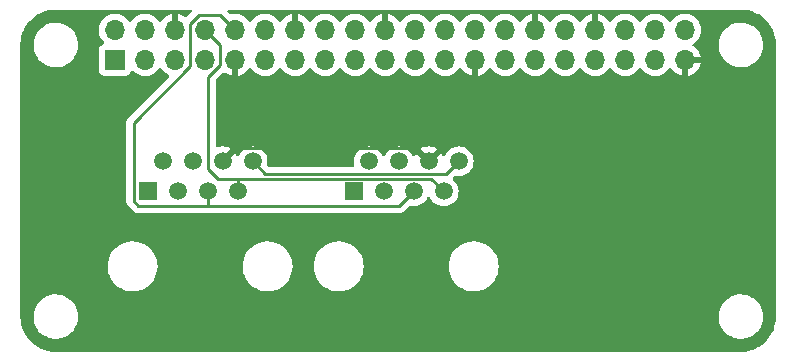
<source format=gbr>
%TF.GenerationSoftware,KiCad,Pcbnew,(5.99.0-12060-g1fa5e43597)*%
%TF.CreationDate,2021-08-23T09:05:39-07:00*%
%TF.ProjectId,uplift_hat,75706c69-6674-45f6-9861-742e6b696361,rev?*%
%TF.SameCoordinates,Original*%
%TF.FileFunction,Copper,L2,Bot*%
%TF.FilePolarity,Positive*%
%FSLAX46Y46*%
G04 Gerber Fmt 4.6, Leading zero omitted, Abs format (unit mm)*
G04 Created by KiCad (PCBNEW (5.99.0-12060-g1fa5e43597)) date 2021-08-23 09:05:39*
%MOMM*%
%LPD*%
G01*
G04 APERTURE LIST*
%TA.AperFunction,ComponentPad*%
%ADD10R,1.500000X1.500000*%
%TD*%
%TA.AperFunction,ComponentPad*%
%ADD11C,1.500000*%
%TD*%
%TA.AperFunction,ComponentPad*%
%ADD12R,1.700000X1.700000*%
%TD*%
%TA.AperFunction,ComponentPad*%
%ADD13O,1.700000X1.700000*%
%TD*%
%TA.AperFunction,Conductor*%
%ADD14C,0.250000*%
%TD*%
G04 APERTURE END LIST*
D10*
%TO.P,J2,1*%
%TO.N,/DOWN*%
X128717500Y-115900000D03*
D11*
%TO.P,J2,2*%
%TO.N,/UP*%
X129987500Y-113360000D03*
%TO.P,J2,3*%
%TO.N,Net-(J1-Pad3)*%
X131257500Y-115900000D03*
%TO.P,J2,4*%
%TO.N,+5V*%
X132527500Y-113360000D03*
%TO.P,J2,5*%
%TO.N,/UART_TX*%
X133797500Y-115900000D03*
%TO.P,J2,6*%
%TO.N,GND*%
X135067500Y-113360000D03*
%TO.P,J2,7*%
%TO.N,/UART_RX*%
X136337500Y-115900000D03*
%TO.P,J2,8*%
%TO.N,Net-(J1-Pad8)*%
X137607500Y-113360000D03*
%TD*%
D10*
%TO.P,J1,1*%
%TO.N,/DOWN*%
X111270000Y-115900000D03*
D11*
%TO.P,J1,2*%
%TO.N,/UP*%
X112540000Y-113360000D03*
%TO.P,J1,3*%
%TO.N,Net-(J1-Pad3)*%
X113810000Y-115900000D03*
%TO.P,J1,4*%
%TO.N,+5V*%
X115080000Y-113360000D03*
%TO.P,J1,5*%
%TO.N,/UART_TX*%
X116350000Y-115900000D03*
%TO.P,J1,6*%
%TO.N,GND*%
X117620000Y-113360000D03*
%TO.P,J1,7*%
%TO.N,/UART_RX*%
X118890000Y-115900000D03*
%TO.P,J1,8*%
%TO.N,Net-(J1-Pad8)*%
X120160000Y-113360000D03*
%TD*%
D12*
%TO.P,J3,1,3V3*%
%TO.N,unconnected-(J3-Pad1)*%
X108500000Y-104770000D03*
D13*
%TO.P,J3,2,5V*%
%TO.N,Net-(J3-Pad2)*%
X108500000Y-102230000D03*
%TO.P,J3,3,SDA/GPIO2*%
%TO.N,unconnected-(J3-Pad3)*%
X111040000Y-104770000D03*
%TO.P,J3,4,5V*%
%TO.N,Net-(J3-Pad2)*%
X111040000Y-102230000D03*
%TO.P,J3,5,SCL/GPIO3*%
%TO.N,unconnected-(J3-Pad5)*%
X113580000Y-104770000D03*
%TO.P,J3,6,GND*%
%TO.N,GND*%
X113580000Y-102230000D03*
%TO.P,J3,7,GCLK0/GPIO4*%
%TO.N,unconnected-(J3-Pad7)*%
X116120000Y-104770000D03*
%TO.P,J3,8,GPIO14/TXD*%
%TO.N,/UART_RX*%
X116120000Y-102230000D03*
%TO.P,J3,9,GND*%
%TO.N,GND*%
X118660000Y-104770000D03*
%TO.P,J3,10,GPIO15/RXD*%
%TO.N,/UART_TX*%
X118660000Y-102230000D03*
%TO.P,J3,11,GPIO17*%
%TO.N,unconnected-(J3-Pad11)*%
X121200000Y-104770000D03*
%TO.P,J3,12,GPIO18/PWM0*%
%TO.N,unconnected-(J3-Pad12)*%
X121200000Y-102230000D03*
%TO.P,J3,13,GPIO27*%
%TO.N,unconnected-(J3-Pad13)*%
X123740000Y-104770000D03*
%TO.P,J3,14,GND*%
%TO.N,GND*%
X123740000Y-102230000D03*
%TO.P,J3,15,GPIO22*%
%TO.N,unconnected-(J3-Pad15)*%
X126280000Y-104770000D03*
%TO.P,J3,16,GPIO23*%
%TO.N,/UP*%
X126280000Y-102230000D03*
%TO.P,J3,17,3V3*%
%TO.N,unconnected-(J3-Pad17)*%
X128820000Y-104770000D03*
%TO.P,J3,18,GPIO24*%
%TO.N,/DOWN*%
X128820000Y-102230000D03*
%TO.P,J3,19,MOSI0/GPIO10*%
%TO.N,unconnected-(J3-Pad19)*%
X131360000Y-104770000D03*
%TO.P,J3,20,GND*%
%TO.N,GND*%
X131360000Y-102230000D03*
%TO.P,J3,21,MISO0/GPIO9*%
%TO.N,unconnected-(J3-Pad21)*%
X133900000Y-104770000D03*
%TO.P,J3,22,GPIO25*%
%TO.N,unconnected-(J3-Pad22)*%
X133900000Y-102230000D03*
%TO.P,J3,23,SCLK0/GPIO11*%
%TO.N,unconnected-(J3-Pad23)*%
X136440000Y-104770000D03*
%TO.P,J3,24,~{CE0}/GPIO8*%
%TO.N,unconnected-(J3-Pad24)*%
X136440000Y-102230000D03*
%TO.P,J3,25,GND*%
%TO.N,GND*%
X138980000Y-104770000D03*
%TO.P,J3,26,~{CE1}/GPIO7*%
%TO.N,unconnected-(J3-Pad26)*%
X138980000Y-102230000D03*
%TO.P,J3,27,ID_SD/GPIO0*%
%TO.N,unconnected-(J3-Pad27)*%
X141520000Y-104770000D03*
%TO.P,J3,28,ID_SC/GPIO1*%
%TO.N,unconnected-(J3-Pad28)*%
X141520000Y-102230000D03*
%TO.P,J3,29,GCLK1/GPIO5*%
%TO.N,unconnected-(J3-Pad29)*%
X144060000Y-104770000D03*
%TO.P,J3,30,GND*%
%TO.N,GND*%
X144060000Y-102230000D03*
%TO.P,J3,31,GCLK2/GPIO6*%
%TO.N,unconnected-(J3-Pad31)*%
X146600000Y-104770000D03*
%TO.P,J3,32,PWM0/GPIO12*%
%TO.N,unconnected-(J3-Pad32)*%
X146600000Y-102230000D03*
%TO.P,J3,33,PWM1/GPIO13*%
%TO.N,unconnected-(J3-Pad33)*%
X149140000Y-104770000D03*
%TO.P,J3,34,GND*%
%TO.N,GND*%
X149140000Y-102230000D03*
%TO.P,J3,35,GPIO19/MISO1*%
%TO.N,unconnected-(J3-Pad35)*%
X151680000Y-104770000D03*
%TO.P,J3,36,GPIO16*%
%TO.N,unconnected-(J3-Pad36)*%
X151680000Y-102230000D03*
%TO.P,J3,37,GPIO26*%
%TO.N,unconnected-(J3-Pad37)*%
X154220000Y-104770000D03*
%TO.P,J3,38,GPIO20/MOSI1*%
%TO.N,unconnected-(J3-Pad38)*%
X154220000Y-102230000D03*
%TO.P,J3,39,GND*%
%TO.N,GND*%
X156760000Y-104770000D03*
%TO.P,J3,40,GPIO21/SCLK1*%
%TO.N,unconnected-(J3-Pad40)*%
X156760000Y-102230000D03*
%TD*%
D14*
%TO.N,/UART_TX*%
X116300000Y-117100000D02*
X116350000Y-117050000D01*
X110500000Y-117100000D02*
X110100000Y-116700000D01*
X114900000Y-101700000D02*
X115600000Y-101000000D01*
X110100000Y-110100000D02*
X114900000Y-105300000D01*
X110100000Y-116700000D02*
X110100000Y-110100000D01*
X115600000Y-101000000D02*
X117430000Y-101000000D01*
X116300000Y-117100000D02*
X110500000Y-117100000D01*
X133797500Y-115900000D02*
X132597500Y-117100000D01*
X116350000Y-117050000D02*
X116350000Y-115900000D01*
X117430000Y-101000000D02*
X118660000Y-102230000D01*
X132597500Y-117100000D02*
X116300000Y-117100000D01*
X114900000Y-105300000D02*
X114900000Y-101700000D01*
%TO.N,GND*%
X118780000Y-112200000D02*
X133907500Y-112200000D01*
X117620000Y-113360000D02*
X118780000Y-112200000D01*
X133907500Y-112200000D02*
X135067500Y-113360000D01*
%TO.N,/UART_RX*%
X118930000Y-114830000D02*
X118930000Y-115860000D01*
X116400000Y-106200000D02*
X116400000Y-114000000D01*
X116400000Y-114000000D02*
X117230000Y-114830000D01*
X135267500Y-114830000D02*
X136337500Y-115900000D01*
X117400000Y-103510000D02*
X117400000Y-105200000D01*
X118930000Y-115860000D02*
X118890000Y-115900000D01*
X116120000Y-102230000D02*
X117400000Y-103510000D01*
X117400000Y-105200000D02*
X116400000Y-106200000D01*
X117230000Y-114830000D02*
X118930000Y-114830000D01*
X118930000Y-114830000D02*
X135267500Y-114830000D01*
%TO.N,Net-(J1-Pad8)*%
X121240000Y-114440000D02*
X136527500Y-114440000D01*
X136527500Y-114440000D02*
X137607500Y-113360000D01*
X120160000Y-113360000D02*
X121240000Y-114440000D01*
%TD*%
%TA.AperFunction,Conductor*%
%TO.N,GND*%
G36*
X114960026Y-100528002D02*
G01*
X115006519Y-100581658D01*
X115016623Y-100651932D01*
X114987129Y-100716512D01*
X114981000Y-100723095D01*
X114566974Y-101137121D01*
X114504662Y-101171147D01*
X114433847Y-101166082D01*
X114399787Y-101146908D01*
X114338140Y-101098222D01*
X114329552Y-101092517D01*
X114143117Y-100989599D01*
X114133705Y-100985369D01*
X113932959Y-100914280D01*
X113922988Y-100911646D01*
X113851837Y-100898972D01*
X113838540Y-100900432D01*
X113834000Y-100914989D01*
X113834000Y-102358000D01*
X113813998Y-102426121D01*
X113760342Y-102472614D01*
X113708000Y-102484000D01*
X113452000Y-102484000D01*
X113383879Y-102463998D01*
X113337386Y-102410342D01*
X113326000Y-102358000D01*
X113326000Y-100913102D01*
X113322082Y-100899758D01*
X113307806Y-100897771D01*
X113269324Y-100903660D01*
X113259288Y-100906051D01*
X113056868Y-100972212D01*
X113047359Y-100976209D01*
X112858463Y-101074542D01*
X112849738Y-101080036D01*
X112679433Y-101207905D01*
X112671726Y-101214748D01*
X112524590Y-101368717D01*
X112518109Y-101376722D01*
X112413498Y-101530074D01*
X112358587Y-101575076D01*
X112288062Y-101583247D01*
X112224315Y-101551993D01*
X112203618Y-101527509D01*
X112122822Y-101402617D01*
X112122820Y-101402614D01*
X112120014Y-101398277D01*
X111969670Y-101233051D01*
X111965619Y-101229852D01*
X111965615Y-101229848D01*
X111798414Y-101097800D01*
X111798410Y-101097798D01*
X111794359Y-101094598D01*
X111771647Y-101082060D01*
X111742136Y-101065769D01*
X111598789Y-100986638D01*
X111593920Y-100984914D01*
X111593916Y-100984912D01*
X111393087Y-100913795D01*
X111393083Y-100913794D01*
X111388212Y-100912069D01*
X111383119Y-100911162D01*
X111383116Y-100911161D01*
X111173373Y-100873800D01*
X111173367Y-100873799D01*
X111168284Y-100872894D01*
X111094452Y-100871992D01*
X110950081Y-100870228D01*
X110950079Y-100870228D01*
X110944911Y-100870165D01*
X110724091Y-100903955D01*
X110511756Y-100973357D01*
X110313607Y-101076507D01*
X110309474Y-101079610D01*
X110309471Y-101079612D01*
X110139100Y-101207530D01*
X110134965Y-101210635D01*
X109980629Y-101372138D01*
X109873201Y-101529621D01*
X109818293Y-101574621D01*
X109747768Y-101582792D01*
X109684021Y-101551538D01*
X109663324Y-101527054D01*
X109582822Y-101402617D01*
X109582820Y-101402614D01*
X109580014Y-101398277D01*
X109429670Y-101233051D01*
X109425619Y-101229852D01*
X109425615Y-101229848D01*
X109258414Y-101097800D01*
X109258410Y-101097798D01*
X109254359Y-101094598D01*
X109231647Y-101082060D01*
X109202136Y-101065769D01*
X109058789Y-100986638D01*
X109053920Y-100984914D01*
X109053916Y-100984912D01*
X108853087Y-100913795D01*
X108853083Y-100913794D01*
X108848212Y-100912069D01*
X108843119Y-100911162D01*
X108843116Y-100911161D01*
X108633373Y-100873800D01*
X108633367Y-100873799D01*
X108628284Y-100872894D01*
X108554452Y-100871992D01*
X108410081Y-100870228D01*
X108410079Y-100870228D01*
X108404911Y-100870165D01*
X108184091Y-100903955D01*
X107971756Y-100973357D01*
X107773607Y-101076507D01*
X107769474Y-101079610D01*
X107769471Y-101079612D01*
X107599100Y-101207530D01*
X107594965Y-101210635D01*
X107440629Y-101372138D01*
X107314743Y-101556680D01*
X107281663Y-101627945D01*
X107231409Y-101736209D01*
X107220688Y-101759305D01*
X107160989Y-101974570D01*
X107137251Y-102196695D01*
X107137548Y-102201848D01*
X107137548Y-102201851D01*
X107143011Y-102296590D01*
X107150110Y-102419715D01*
X107151247Y-102424761D01*
X107151248Y-102424767D01*
X107165603Y-102488461D01*
X107199222Y-102637639D01*
X107283266Y-102844616D01*
X107324868Y-102912504D01*
X107397291Y-103030688D01*
X107399987Y-103035088D01*
X107546250Y-103203938D01*
X107550230Y-103207242D01*
X107554981Y-103211187D01*
X107594616Y-103270090D01*
X107596113Y-103341071D01*
X107558997Y-103401593D01*
X107518725Y-103426112D01*
X107477913Y-103441412D01*
X107403295Y-103469385D01*
X107286739Y-103556739D01*
X107199385Y-103673295D01*
X107148255Y-103809684D01*
X107141500Y-103871866D01*
X107141500Y-105668134D01*
X107148255Y-105730316D01*
X107199385Y-105866705D01*
X107286739Y-105983261D01*
X107403295Y-106070615D01*
X107539684Y-106121745D01*
X107601866Y-106128500D01*
X109398134Y-106128500D01*
X109460316Y-106121745D01*
X109596705Y-106070615D01*
X109713261Y-105983261D01*
X109800615Y-105866705D01*
X109808552Y-105845533D01*
X109844598Y-105749382D01*
X109887240Y-105692618D01*
X109953802Y-105667918D01*
X110023150Y-105683126D01*
X110057817Y-105711114D01*
X110086250Y-105743938D01*
X110258126Y-105886632D01*
X110451000Y-105999338D01*
X110659692Y-106079030D01*
X110664760Y-106080061D01*
X110664763Y-106080062D01*
X110759862Y-106099410D01*
X110878597Y-106123567D01*
X110883772Y-106123757D01*
X110883774Y-106123757D01*
X111096673Y-106131564D01*
X111096677Y-106131564D01*
X111101837Y-106131753D01*
X111106957Y-106131097D01*
X111106959Y-106131097D01*
X111318288Y-106104025D01*
X111318289Y-106104025D01*
X111323416Y-106103368D01*
X111328366Y-106101883D01*
X111532429Y-106040661D01*
X111532434Y-106040659D01*
X111537384Y-106039174D01*
X111737994Y-105940896D01*
X111919860Y-105811173D01*
X112078096Y-105653489D01*
X112087139Y-105640905D01*
X112208453Y-105472077D01*
X112209776Y-105473028D01*
X112256645Y-105429857D01*
X112326580Y-105417625D01*
X112392026Y-105445144D01*
X112419875Y-105476994D01*
X112479987Y-105575088D01*
X112626250Y-105743938D01*
X112798126Y-105886632D01*
X112991000Y-105999338D01*
X112995825Y-106001180D01*
X112995826Y-106001181D01*
X113036451Y-106016694D01*
X113092954Y-106059681D01*
X113117247Y-106126393D01*
X113101617Y-106195647D01*
X113080597Y-106223499D01*
X109707747Y-109596348D01*
X109699461Y-109603888D01*
X109692982Y-109608000D01*
X109687557Y-109613777D01*
X109646357Y-109657651D01*
X109643602Y-109660493D01*
X109623865Y-109680230D01*
X109621385Y-109683427D01*
X109613682Y-109692447D01*
X109583414Y-109724679D01*
X109579595Y-109731625D01*
X109579593Y-109731628D01*
X109573652Y-109742434D01*
X109562801Y-109758953D01*
X109550386Y-109774959D01*
X109547241Y-109782228D01*
X109547238Y-109782232D01*
X109532826Y-109815537D01*
X109527609Y-109826187D01*
X109506305Y-109864940D01*
X109504334Y-109872615D01*
X109504334Y-109872616D01*
X109501267Y-109884562D01*
X109494863Y-109903266D01*
X109486819Y-109921855D01*
X109485580Y-109929678D01*
X109485577Y-109929688D01*
X109479901Y-109965524D01*
X109477495Y-109977144D01*
X109466500Y-110019970D01*
X109466500Y-110040224D01*
X109464949Y-110059934D01*
X109461780Y-110079943D01*
X109462526Y-110087835D01*
X109465941Y-110123961D01*
X109466500Y-110135819D01*
X109466500Y-116621233D01*
X109465973Y-116632416D01*
X109464298Y-116639909D01*
X109464547Y-116647835D01*
X109464547Y-116647836D01*
X109466438Y-116707986D01*
X109466500Y-116711945D01*
X109466500Y-116739856D01*
X109466997Y-116743790D01*
X109466997Y-116743791D01*
X109467005Y-116743856D01*
X109467938Y-116755693D01*
X109469327Y-116799889D01*
X109474978Y-116819339D01*
X109478987Y-116838700D01*
X109481526Y-116858797D01*
X109484445Y-116866168D01*
X109484445Y-116866170D01*
X109497804Y-116899912D01*
X109501649Y-116911142D01*
X109513982Y-116953593D01*
X109518015Y-116960412D01*
X109518017Y-116960417D01*
X109524293Y-116971028D01*
X109532988Y-116988776D01*
X109540448Y-117007617D01*
X109545110Y-117014033D01*
X109545110Y-117014034D01*
X109566436Y-117043387D01*
X109572952Y-117053307D01*
X109595458Y-117091362D01*
X109609779Y-117105683D01*
X109622619Y-117120716D01*
X109634528Y-117137107D01*
X109665619Y-117162828D01*
X109668605Y-117165298D01*
X109677384Y-117173288D01*
X109996343Y-117492247D01*
X110003887Y-117500537D01*
X110008000Y-117507018D01*
X110013777Y-117512443D01*
X110057667Y-117553658D01*
X110060509Y-117556413D01*
X110080230Y-117576134D01*
X110083425Y-117578612D01*
X110092447Y-117586318D01*
X110124679Y-117616586D01*
X110131628Y-117620406D01*
X110142432Y-117626346D01*
X110158956Y-117637199D01*
X110174959Y-117649613D01*
X110215543Y-117667176D01*
X110226173Y-117672383D01*
X110264940Y-117693695D01*
X110272617Y-117695666D01*
X110272622Y-117695668D01*
X110284558Y-117698732D01*
X110303266Y-117705137D01*
X110321855Y-117713181D01*
X110329680Y-117714420D01*
X110329682Y-117714421D01*
X110365519Y-117720097D01*
X110377140Y-117722504D01*
X110408959Y-117730673D01*
X110419970Y-117733500D01*
X110440231Y-117733500D01*
X110459940Y-117735051D01*
X110479943Y-117738219D01*
X110487835Y-117737473D01*
X110493062Y-117736979D01*
X110523954Y-117734059D01*
X110535811Y-117733500D01*
X116221233Y-117733500D01*
X116232416Y-117734027D01*
X116239909Y-117735702D01*
X116247835Y-117735453D01*
X116247836Y-117735453D01*
X116307986Y-117733562D01*
X116311945Y-117733500D01*
X132518733Y-117733500D01*
X132529916Y-117734027D01*
X132537409Y-117735702D01*
X132545335Y-117735453D01*
X132545336Y-117735453D01*
X132605486Y-117733562D01*
X132609445Y-117733500D01*
X132637356Y-117733500D01*
X132641291Y-117733003D01*
X132641356Y-117732995D01*
X132653193Y-117732062D01*
X132685451Y-117731048D01*
X132689470Y-117730922D01*
X132697389Y-117730673D01*
X132716843Y-117725021D01*
X132736200Y-117721013D01*
X132748430Y-117719468D01*
X132748431Y-117719468D01*
X132756297Y-117718474D01*
X132763668Y-117715555D01*
X132763670Y-117715555D01*
X132797412Y-117702196D01*
X132808642Y-117698351D01*
X132843483Y-117688229D01*
X132843484Y-117688229D01*
X132851093Y-117686018D01*
X132857912Y-117681985D01*
X132857917Y-117681983D01*
X132868528Y-117675707D01*
X132886276Y-117667012D01*
X132905117Y-117659552D01*
X132925487Y-117644753D01*
X132940887Y-117633564D01*
X132950807Y-117627048D01*
X132982035Y-117608580D01*
X132982038Y-117608578D01*
X132988862Y-117604542D01*
X133003183Y-117590221D01*
X133018217Y-117577380D01*
X133019932Y-117576134D01*
X133034607Y-117565472D01*
X133062798Y-117531395D01*
X133070788Y-117522616D01*
X133425076Y-117168328D01*
X133487388Y-117134302D01*
X133546781Y-117135716D01*
X133572812Y-117142691D01*
X133572819Y-117142692D01*
X133578129Y-117144115D01*
X133797500Y-117163307D01*
X134016871Y-117144115D01*
X134229576Y-117087120D01*
X134429154Y-116994056D01*
X134609538Y-116867749D01*
X134765249Y-116712038D01*
X134815755Y-116639909D01*
X134888399Y-116536162D01*
X134888400Y-116536160D01*
X134891556Y-116531653D01*
X134893879Y-116526671D01*
X134893882Y-116526666D01*
X134936772Y-116434687D01*
X134953305Y-116399231D01*
X135000222Y-116345946D01*
X135068499Y-116326485D01*
X135136459Y-116347027D01*
X135181695Y-116399230D01*
X135198228Y-116434687D01*
X135241118Y-116526666D01*
X135241121Y-116526671D01*
X135243444Y-116531653D01*
X135246600Y-116536160D01*
X135246601Y-116536162D01*
X135319246Y-116639909D01*
X135369751Y-116712038D01*
X135525462Y-116867749D01*
X135705846Y-116994056D01*
X135905424Y-117087120D01*
X136118129Y-117144115D01*
X136337500Y-117163307D01*
X136556871Y-117144115D01*
X136769576Y-117087120D01*
X136969154Y-116994056D01*
X137149538Y-116867749D01*
X137305249Y-116712038D01*
X137355755Y-116639909D01*
X137428399Y-116536162D01*
X137428400Y-116536160D01*
X137431556Y-116531653D01*
X137433879Y-116526671D01*
X137433882Y-116526666D01*
X137518152Y-116345946D01*
X137524620Y-116332076D01*
X137581615Y-116119371D01*
X137600807Y-115900000D01*
X137581615Y-115680629D01*
X137524620Y-115467924D01*
X137481085Y-115374562D01*
X137433882Y-115273334D01*
X137433879Y-115273329D01*
X137431556Y-115268347D01*
X137420826Y-115253023D01*
X137308408Y-115092473D01*
X137308406Y-115092470D01*
X137305249Y-115087962D01*
X137149538Y-114932251D01*
X137145031Y-114929095D01*
X137145026Y-114929091D01*
X137144090Y-114928436D01*
X137143775Y-114928042D01*
X137140814Y-114925557D01*
X137141313Y-114924962D01*
X137099765Y-114872976D01*
X137092460Y-114802356D01*
X137127272Y-114736132D01*
X137235076Y-114628328D01*
X137297388Y-114594302D01*
X137356781Y-114595716D01*
X137382812Y-114602691D01*
X137382819Y-114602692D01*
X137388129Y-114604115D01*
X137607500Y-114623307D01*
X137826871Y-114604115D01*
X138039576Y-114547120D01*
X138239154Y-114454056D01*
X138390343Y-114348192D01*
X138415027Y-114330908D01*
X138415029Y-114330906D01*
X138419538Y-114327749D01*
X138575249Y-114172038D01*
X138609697Y-114122842D01*
X138698399Y-113996162D01*
X138698400Y-113996160D01*
X138701556Y-113991653D01*
X138703879Y-113986671D01*
X138703882Y-113986666D01*
X138787894Y-113806500D01*
X138794620Y-113792076D01*
X138851615Y-113579371D01*
X138870807Y-113360000D01*
X138851615Y-113140629D01*
X138794620Y-112927924D01*
X138703998Y-112733583D01*
X138703882Y-112733334D01*
X138703879Y-112733329D01*
X138701556Y-112728347D01*
X138670286Y-112683689D01*
X138578408Y-112552473D01*
X138578406Y-112552470D01*
X138575249Y-112547962D01*
X138419538Y-112392251D01*
X138239154Y-112265944D01*
X138039576Y-112172880D01*
X137826871Y-112115885D01*
X137607500Y-112096693D01*
X137388129Y-112115885D01*
X137175424Y-112172880D01*
X137100250Y-112207934D01*
X136980834Y-112263618D01*
X136980829Y-112263621D01*
X136975847Y-112265944D01*
X136971340Y-112269100D01*
X136971338Y-112269101D01*
X136799973Y-112389092D01*
X136799970Y-112389094D01*
X136795462Y-112392251D01*
X136639751Y-112547962D01*
X136636594Y-112552470D01*
X136636592Y-112552473D01*
X136544714Y-112683689D01*
X136513444Y-112728347D01*
X136511121Y-112733329D01*
X136511118Y-112733334D01*
X136451419Y-112861360D01*
X136404502Y-112914645D01*
X136336224Y-112934106D01*
X136268264Y-112913564D01*
X136223029Y-112861360D01*
X136163446Y-112733583D01*
X136157966Y-112724093D01*
X136129089Y-112682851D01*
X136118614Y-112674477D01*
X136105167Y-112681545D01*
X135156595Y-113630116D01*
X135094283Y-113664141D01*
X135023467Y-113659076D01*
X134978405Y-113630116D01*
X134029111Y-112680822D01*
X134017338Y-112674394D01*
X134005324Y-112683689D01*
X133977034Y-112724093D01*
X133971554Y-112733583D01*
X133911971Y-112861360D01*
X133865054Y-112914645D01*
X133796776Y-112934106D01*
X133728816Y-112913564D01*
X133683581Y-112861360D01*
X133623882Y-112733334D01*
X133623879Y-112733329D01*
X133621556Y-112728347D01*
X133590286Y-112683689D01*
X133498408Y-112552473D01*
X133498406Y-112552470D01*
X133495249Y-112547962D01*
X133339538Y-112392251D01*
X133220483Y-112308887D01*
X134381977Y-112308887D01*
X134389045Y-112322334D01*
X135054689Y-112987979D01*
X135068632Y-112995592D01*
X135070466Y-112995461D01*
X135077080Y-112991210D01*
X135746680Y-112321609D01*
X135753107Y-112309839D01*
X135743813Y-112297825D01*
X135703412Y-112269536D01*
X135693916Y-112264053D01*
X135504387Y-112175674D01*
X135494095Y-112171928D01*
X135292099Y-112117804D01*
X135281304Y-112115901D01*
X135072975Y-112097674D01*
X135062025Y-112097674D01*
X134853696Y-112115901D01*
X134842901Y-112117804D01*
X134640905Y-112171928D01*
X134630613Y-112175674D01*
X134441083Y-112264054D01*
X134431593Y-112269534D01*
X134390351Y-112298411D01*
X134381977Y-112308887D01*
X133220483Y-112308887D01*
X133159154Y-112265944D01*
X132959576Y-112172880D01*
X132746871Y-112115885D01*
X132527500Y-112096693D01*
X132308129Y-112115885D01*
X132095424Y-112172880D01*
X132020250Y-112207934D01*
X131900834Y-112263618D01*
X131900829Y-112263621D01*
X131895847Y-112265944D01*
X131891340Y-112269100D01*
X131891338Y-112269101D01*
X131719973Y-112389092D01*
X131719970Y-112389094D01*
X131715462Y-112392251D01*
X131559751Y-112547962D01*
X131556594Y-112552470D01*
X131556592Y-112552473D01*
X131464714Y-112683689D01*
X131433444Y-112728347D01*
X131431121Y-112733329D01*
X131431118Y-112733334D01*
X131371695Y-112860769D01*
X131324778Y-112914054D01*
X131256501Y-112933515D01*
X131188541Y-112912973D01*
X131143305Y-112860769D01*
X131083882Y-112733334D01*
X131083879Y-112733329D01*
X131081556Y-112728347D01*
X131050286Y-112683689D01*
X130958408Y-112552473D01*
X130958406Y-112552470D01*
X130955249Y-112547962D01*
X130799538Y-112392251D01*
X130619154Y-112265944D01*
X130419576Y-112172880D01*
X130206871Y-112115885D01*
X129987500Y-112096693D01*
X129768129Y-112115885D01*
X129555424Y-112172880D01*
X129480250Y-112207934D01*
X129360834Y-112263618D01*
X129360829Y-112263621D01*
X129355847Y-112265944D01*
X129351340Y-112269100D01*
X129351338Y-112269101D01*
X129179973Y-112389092D01*
X129179970Y-112389094D01*
X129175462Y-112392251D01*
X129019751Y-112547962D01*
X129016594Y-112552470D01*
X129016592Y-112552473D01*
X128924714Y-112683689D01*
X128893444Y-112728347D01*
X128891121Y-112733329D01*
X128891118Y-112733334D01*
X128891002Y-112733583D01*
X128800380Y-112927924D01*
X128743385Y-113140629D01*
X128724193Y-113360000D01*
X128743385Y-113579371D01*
X128744807Y-113584677D01*
X128744808Y-113584684D01*
X128761744Y-113647889D01*
X128760054Y-113718865D01*
X128720260Y-113777661D01*
X128654995Y-113805609D01*
X128640037Y-113806500D01*
X121554595Y-113806500D01*
X121486474Y-113786498D01*
X121465498Y-113769594D01*
X121428326Y-113732421D01*
X121394302Y-113670109D01*
X121395716Y-113610715D01*
X121402692Y-113584681D01*
X121404115Y-113579371D01*
X121423307Y-113360000D01*
X121404115Y-113140629D01*
X121347120Y-112927924D01*
X121256498Y-112733583D01*
X121256382Y-112733334D01*
X121256379Y-112733329D01*
X121254056Y-112728347D01*
X121222786Y-112683689D01*
X121130908Y-112552473D01*
X121130906Y-112552470D01*
X121127749Y-112547962D01*
X120972038Y-112392251D01*
X120791654Y-112265944D01*
X120592076Y-112172880D01*
X120379371Y-112115885D01*
X120160000Y-112096693D01*
X119940629Y-112115885D01*
X119727924Y-112172880D01*
X119652750Y-112207934D01*
X119533334Y-112263618D01*
X119533329Y-112263621D01*
X119528347Y-112265944D01*
X119523840Y-112269100D01*
X119523838Y-112269101D01*
X119352473Y-112389092D01*
X119352470Y-112389094D01*
X119347962Y-112392251D01*
X119192251Y-112547962D01*
X119189094Y-112552470D01*
X119189092Y-112552473D01*
X119097214Y-112683689D01*
X119065944Y-112728347D01*
X119063621Y-112733329D01*
X119063618Y-112733334D01*
X119003919Y-112861360D01*
X118957002Y-112914645D01*
X118888724Y-112934106D01*
X118820764Y-112913564D01*
X118775529Y-112861360D01*
X118715946Y-112733583D01*
X118710466Y-112724093D01*
X118681589Y-112682851D01*
X118671114Y-112674477D01*
X118657667Y-112681545D01*
X117709095Y-113630116D01*
X117646783Y-113664141D01*
X117575967Y-113659076D01*
X117530905Y-113630115D01*
X117349885Y-113449095D01*
X117315859Y-113386783D01*
X117320924Y-113315968D01*
X117349884Y-113270905D01*
X118299178Y-112321611D01*
X118305606Y-112309837D01*
X118296313Y-112297825D01*
X118255912Y-112269536D01*
X118246416Y-112264053D01*
X118056887Y-112175674D01*
X118046595Y-112171928D01*
X117844599Y-112117804D01*
X117833804Y-112115901D01*
X117625475Y-112097674D01*
X117614525Y-112097674D01*
X117406196Y-112115901D01*
X117395401Y-112117804D01*
X117192111Y-112172275D01*
X117121134Y-112170585D01*
X117062339Y-112130791D01*
X117034391Y-112065526D01*
X117033500Y-112050568D01*
X117033500Y-106514594D01*
X117053502Y-106446473D01*
X117070405Y-106425499D01*
X117650371Y-105845533D01*
X117712683Y-105811507D01*
X117783498Y-105816572D01*
X117819951Y-105837684D01*
X117874434Y-105882916D01*
X117882881Y-105888831D01*
X118066756Y-105996279D01*
X118076042Y-106000729D01*
X118275001Y-106076703D01*
X118284899Y-106079579D01*
X118388250Y-106100606D01*
X118402299Y-106099410D01*
X118406000Y-106089065D01*
X118406000Y-104642000D01*
X118426002Y-104573879D01*
X118479658Y-104527386D01*
X118532000Y-104516000D01*
X118788000Y-104516000D01*
X118856121Y-104536002D01*
X118902614Y-104589658D01*
X118914000Y-104642000D01*
X118914000Y-106088517D01*
X118918064Y-106102359D01*
X118931478Y-106104393D01*
X118938184Y-106103534D01*
X118948262Y-106101392D01*
X119152255Y-106040191D01*
X119161842Y-106036433D01*
X119353095Y-105942739D01*
X119361945Y-105937464D01*
X119535328Y-105813792D01*
X119543200Y-105807139D01*
X119694052Y-105656812D01*
X119700730Y-105648965D01*
X119828022Y-105471819D01*
X119829279Y-105472722D01*
X119876373Y-105429362D01*
X119946311Y-105417145D01*
X120011751Y-105444678D01*
X120039579Y-105476511D01*
X120099987Y-105575088D01*
X120246250Y-105743938D01*
X120418126Y-105886632D01*
X120611000Y-105999338D01*
X120819692Y-106079030D01*
X120824760Y-106080061D01*
X120824763Y-106080062D01*
X120919862Y-106099410D01*
X121038597Y-106123567D01*
X121043772Y-106123757D01*
X121043774Y-106123757D01*
X121256673Y-106131564D01*
X121256677Y-106131564D01*
X121261837Y-106131753D01*
X121266957Y-106131097D01*
X121266959Y-106131097D01*
X121478288Y-106104025D01*
X121478289Y-106104025D01*
X121483416Y-106103368D01*
X121488366Y-106101883D01*
X121692429Y-106040661D01*
X121692434Y-106040659D01*
X121697384Y-106039174D01*
X121897994Y-105940896D01*
X122079860Y-105811173D01*
X122238096Y-105653489D01*
X122247139Y-105640905D01*
X122368453Y-105472077D01*
X122369776Y-105473028D01*
X122416645Y-105429857D01*
X122486580Y-105417625D01*
X122552026Y-105445144D01*
X122579875Y-105476994D01*
X122639987Y-105575088D01*
X122786250Y-105743938D01*
X122958126Y-105886632D01*
X123151000Y-105999338D01*
X123359692Y-106079030D01*
X123364760Y-106080061D01*
X123364763Y-106080062D01*
X123459862Y-106099410D01*
X123578597Y-106123567D01*
X123583772Y-106123757D01*
X123583774Y-106123757D01*
X123796673Y-106131564D01*
X123796677Y-106131564D01*
X123801837Y-106131753D01*
X123806957Y-106131097D01*
X123806959Y-106131097D01*
X124018288Y-106104025D01*
X124018289Y-106104025D01*
X124023416Y-106103368D01*
X124028366Y-106101883D01*
X124232429Y-106040661D01*
X124232434Y-106040659D01*
X124237384Y-106039174D01*
X124437994Y-105940896D01*
X124619860Y-105811173D01*
X124778096Y-105653489D01*
X124787139Y-105640905D01*
X124908453Y-105472077D01*
X124909776Y-105473028D01*
X124956645Y-105429857D01*
X125026580Y-105417625D01*
X125092026Y-105445144D01*
X125119875Y-105476994D01*
X125179987Y-105575088D01*
X125326250Y-105743938D01*
X125498126Y-105886632D01*
X125691000Y-105999338D01*
X125899692Y-106079030D01*
X125904760Y-106080061D01*
X125904763Y-106080062D01*
X125999862Y-106099410D01*
X126118597Y-106123567D01*
X126123772Y-106123757D01*
X126123774Y-106123757D01*
X126336673Y-106131564D01*
X126336677Y-106131564D01*
X126341837Y-106131753D01*
X126346957Y-106131097D01*
X126346959Y-106131097D01*
X126558288Y-106104025D01*
X126558289Y-106104025D01*
X126563416Y-106103368D01*
X126568366Y-106101883D01*
X126772429Y-106040661D01*
X126772434Y-106040659D01*
X126777384Y-106039174D01*
X126977994Y-105940896D01*
X127159860Y-105811173D01*
X127318096Y-105653489D01*
X127327139Y-105640905D01*
X127448453Y-105472077D01*
X127449776Y-105473028D01*
X127496645Y-105429857D01*
X127566580Y-105417625D01*
X127632026Y-105445144D01*
X127659875Y-105476994D01*
X127719987Y-105575088D01*
X127866250Y-105743938D01*
X128038126Y-105886632D01*
X128231000Y-105999338D01*
X128439692Y-106079030D01*
X128444760Y-106080061D01*
X128444763Y-106080062D01*
X128539862Y-106099410D01*
X128658597Y-106123567D01*
X128663772Y-106123757D01*
X128663774Y-106123757D01*
X128876673Y-106131564D01*
X128876677Y-106131564D01*
X128881837Y-106131753D01*
X128886957Y-106131097D01*
X128886959Y-106131097D01*
X129098288Y-106104025D01*
X129098289Y-106104025D01*
X129103416Y-106103368D01*
X129108366Y-106101883D01*
X129312429Y-106040661D01*
X129312434Y-106040659D01*
X129317384Y-106039174D01*
X129517994Y-105940896D01*
X129699860Y-105811173D01*
X129858096Y-105653489D01*
X129867139Y-105640905D01*
X129988453Y-105472077D01*
X129989776Y-105473028D01*
X130036645Y-105429857D01*
X130106580Y-105417625D01*
X130172026Y-105445144D01*
X130199875Y-105476994D01*
X130259987Y-105575088D01*
X130406250Y-105743938D01*
X130578126Y-105886632D01*
X130771000Y-105999338D01*
X130979692Y-106079030D01*
X130984760Y-106080061D01*
X130984763Y-106080062D01*
X131079862Y-106099410D01*
X131198597Y-106123567D01*
X131203772Y-106123757D01*
X131203774Y-106123757D01*
X131416673Y-106131564D01*
X131416677Y-106131564D01*
X131421837Y-106131753D01*
X131426957Y-106131097D01*
X131426959Y-106131097D01*
X131638288Y-106104025D01*
X131638289Y-106104025D01*
X131643416Y-106103368D01*
X131648366Y-106101883D01*
X131852429Y-106040661D01*
X131852434Y-106040659D01*
X131857384Y-106039174D01*
X132057994Y-105940896D01*
X132239860Y-105811173D01*
X132398096Y-105653489D01*
X132407139Y-105640905D01*
X132528453Y-105472077D01*
X132529776Y-105473028D01*
X132576645Y-105429857D01*
X132646580Y-105417625D01*
X132712026Y-105445144D01*
X132739875Y-105476994D01*
X132799987Y-105575088D01*
X132946250Y-105743938D01*
X133118126Y-105886632D01*
X133311000Y-105999338D01*
X133519692Y-106079030D01*
X133524760Y-106080061D01*
X133524763Y-106080062D01*
X133619862Y-106099410D01*
X133738597Y-106123567D01*
X133743772Y-106123757D01*
X133743774Y-106123757D01*
X133956673Y-106131564D01*
X133956677Y-106131564D01*
X133961837Y-106131753D01*
X133966957Y-106131097D01*
X133966959Y-106131097D01*
X134178288Y-106104025D01*
X134178289Y-106104025D01*
X134183416Y-106103368D01*
X134188366Y-106101883D01*
X134392429Y-106040661D01*
X134392434Y-106040659D01*
X134397384Y-106039174D01*
X134597994Y-105940896D01*
X134779860Y-105811173D01*
X134938096Y-105653489D01*
X134947139Y-105640905D01*
X135068453Y-105472077D01*
X135069776Y-105473028D01*
X135116645Y-105429857D01*
X135186580Y-105417625D01*
X135252026Y-105445144D01*
X135279875Y-105476994D01*
X135339987Y-105575088D01*
X135486250Y-105743938D01*
X135658126Y-105886632D01*
X135851000Y-105999338D01*
X136059692Y-106079030D01*
X136064760Y-106080061D01*
X136064763Y-106080062D01*
X136159862Y-106099410D01*
X136278597Y-106123567D01*
X136283772Y-106123757D01*
X136283774Y-106123757D01*
X136496673Y-106131564D01*
X136496677Y-106131564D01*
X136501837Y-106131753D01*
X136506957Y-106131097D01*
X136506959Y-106131097D01*
X136718288Y-106104025D01*
X136718289Y-106104025D01*
X136723416Y-106103368D01*
X136728366Y-106101883D01*
X136932429Y-106040661D01*
X136932434Y-106040659D01*
X136937384Y-106039174D01*
X137137994Y-105940896D01*
X137319860Y-105811173D01*
X137478096Y-105653489D01*
X137487139Y-105640905D01*
X137608453Y-105472077D01*
X137609640Y-105472930D01*
X137656960Y-105429362D01*
X137726897Y-105417145D01*
X137792338Y-105444678D01*
X137820166Y-105476511D01*
X137877694Y-105570388D01*
X137883777Y-105578699D01*
X138023213Y-105739667D01*
X138030580Y-105746883D01*
X138194434Y-105882916D01*
X138202881Y-105888831D01*
X138386756Y-105996279D01*
X138396042Y-106000729D01*
X138595001Y-106076703D01*
X138604899Y-106079579D01*
X138708250Y-106100606D01*
X138722299Y-106099410D01*
X138726000Y-106089065D01*
X138726000Y-104642000D01*
X138746002Y-104573879D01*
X138799658Y-104527386D01*
X138852000Y-104516000D01*
X139108000Y-104516000D01*
X139176121Y-104536002D01*
X139222614Y-104589658D01*
X139234000Y-104642000D01*
X139234000Y-106088517D01*
X139238064Y-106102359D01*
X139251478Y-106104393D01*
X139258184Y-106103534D01*
X139268262Y-106101392D01*
X139472255Y-106040191D01*
X139481842Y-106036433D01*
X139673095Y-105942739D01*
X139681945Y-105937464D01*
X139855328Y-105813792D01*
X139863200Y-105807139D01*
X140014052Y-105656812D01*
X140020730Y-105648965D01*
X140148022Y-105471819D01*
X140149279Y-105472722D01*
X140196373Y-105429362D01*
X140266311Y-105417145D01*
X140331751Y-105444678D01*
X140359579Y-105476511D01*
X140419987Y-105575088D01*
X140566250Y-105743938D01*
X140738126Y-105886632D01*
X140931000Y-105999338D01*
X141139692Y-106079030D01*
X141144760Y-106080061D01*
X141144763Y-106080062D01*
X141239862Y-106099410D01*
X141358597Y-106123567D01*
X141363772Y-106123757D01*
X141363774Y-106123757D01*
X141576673Y-106131564D01*
X141576677Y-106131564D01*
X141581837Y-106131753D01*
X141586957Y-106131097D01*
X141586959Y-106131097D01*
X141798288Y-106104025D01*
X141798289Y-106104025D01*
X141803416Y-106103368D01*
X141808366Y-106101883D01*
X142012429Y-106040661D01*
X142012434Y-106040659D01*
X142017384Y-106039174D01*
X142217994Y-105940896D01*
X142399860Y-105811173D01*
X142558096Y-105653489D01*
X142567139Y-105640905D01*
X142688453Y-105472077D01*
X142689776Y-105473028D01*
X142736645Y-105429857D01*
X142806580Y-105417625D01*
X142872026Y-105445144D01*
X142899875Y-105476994D01*
X142959987Y-105575088D01*
X143106250Y-105743938D01*
X143278126Y-105886632D01*
X143471000Y-105999338D01*
X143679692Y-106079030D01*
X143684760Y-106080061D01*
X143684763Y-106080062D01*
X143779862Y-106099410D01*
X143898597Y-106123567D01*
X143903772Y-106123757D01*
X143903774Y-106123757D01*
X144116673Y-106131564D01*
X144116677Y-106131564D01*
X144121837Y-106131753D01*
X144126957Y-106131097D01*
X144126959Y-106131097D01*
X144338288Y-106104025D01*
X144338289Y-106104025D01*
X144343416Y-106103368D01*
X144348366Y-106101883D01*
X144552429Y-106040661D01*
X144552434Y-106040659D01*
X144557384Y-106039174D01*
X144757994Y-105940896D01*
X144939860Y-105811173D01*
X145098096Y-105653489D01*
X145107139Y-105640905D01*
X145228453Y-105472077D01*
X145229776Y-105473028D01*
X145276645Y-105429857D01*
X145346580Y-105417625D01*
X145412026Y-105445144D01*
X145439875Y-105476994D01*
X145499987Y-105575088D01*
X145646250Y-105743938D01*
X145818126Y-105886632D01*
X146011000Y-105999338D01*
X146219692Y-106079030D01*
X146224760Y-106080061D01*
X146224763Y-106080062D01*
X146319862Y-106099410D01*
X146438597Y-106123567D01*
X146443772Y-106123757D01*
X146443774Y-106123757D01*
X146656673Y-106131564D01*
X146656677Y-106131564D01*
X146661837Y-106131753D01*
X146666957Y-106131097D01*
X146666959Y-106131097D01*
X146878288Y-106104025D01*
X146878289Y-106104025D01*
X146883416Y-106103368D01*
X146888366Y-106101883D01*
X147092429Y-106040661D01*
X147092434Y-106040659D01*
X147097384Y-106039174D01*
X147297994Y-105940896D01*
X147479860Y-105811173D01*
X147638096Y-105653489D01*
X147647139Y-105640905D01*
X147768453Y-105472077D01*
X147769776Y-105473028D01*
X147816645Y-105429857D01*
X147886580Y-105417625D01*
X147952026Y-105445144D01*
X147979875Y-105476994D01*
X148039987Y-105575088D01*
X148186250Y-105743938D01*
X148358126Y-105886632D01*
X148551000Y-105999338D01*
X148759692Y-106079030D01*
X148764760Y-106080061D01*
X148764763Y-106080062D01*
X148859862Y-106099410D01*
X148978597Y-106123567D01*
X148983772Y-106123757D01*
X148983774Y-106123757D01*
X149196673Y-106131564D01*
X149196677Y-106131564D01*
X149201837Y-106131753D01*
X149206957Y-106131097D01*
X149206959Y-106131097D01*
X149418288Y-106104025D01*
X149418289Y-106104025D01*
X149423416Y-106103368D01*
X149428366Y-106101883D01*
X149632429Y-106040661D01*
X149632434Y-106040659D01*
X149637384Y-106039174D01*
X149837994Y-105940896D01*
X150019860Y-105811173D01*
X150178096Y-105653489D01*
X150187139Y-105640905D01*
X150308453Y-105472077D01*
X150309776Y-105473028D01*
X150356645Y-105429857D01*
X150426580Y-105417625D01*
X150492026Y-105445144D01*
X150519875Y-105476994D01*
X150579987Y-105575088D01*
X150726250Y-105743938D01*
X150898126Y-105886632D01*
X151091000Y-105999338D01*
X151299692Y-106079030D01*
X151304760Y-106080061D01*
X151304763Y-106080062D01*
X151399862Y-106099410D01*
X151518597Y-106123567D01*
X151523772Y-106123757D01*
X151523774Y-106123757D01*
X151736673Y-106131564D01*
X151736677Y-106131564D01*
X151741837Y-106131753D01*
X151746957Y-106131097D01*
X151746959Y-106131097D01*
X151958288Y-106104025D01*
X151958289Y-106104025D01*
X151963416Y-106103368D01*
X151968366Y-106101883D01*
X152172429Y-106040661D01*
X152172434Y-106040659D01*
X152177384Y-106039174D01*
X152377994Y-105940896D01*
X152559860Y-105811173D01*
X152718096Y-105653489D01*
X152727139Y-105640905D01*
X152848453Y-105472077D01*
X152849776Y-105473028D01*
X152896645Y-105429857D01*
X152966580Y-105417625D01*
X153032026Y-105445144D01*
X153059875Y-105476994D01*
X153119987Y-105575088D01*
X153266250Y-105743938D01*
X153438126Y-105886632D01*
X153631000Y-105999338D01*
X153839692Y-106079030D01*
X153844760Y-106080061D01*
X153844763Y-106080062D01*
X153939862Y-106099410D01*
X154058597Y-106123567D01*
X154063772Y-106123757D01*
X154063774Y-106123757D01*
X154276673Y-106131564D01*
X154276677Y-106131564D01*
X154281837Y-106131753D01*
X154286957Y-106131097D01*
X154286959Y-106131097D01*
X154498288Y-106104025D01*
X154498289Y-106104025D01*
X154503416Y-106103368D01*
X154508366Y-106101883D01*
X154712429Y-106040661D01*
X154712434Y-106040659D01*
X154717384Y-106039174D01*
X154917994Y-105940896D01*
X155099860Y-105811173D01*
X155258096Y-105653489D01*
X155267139Y-105640905D01*
X155388453Y-105472077D01*
X155389640Y-105472930D01*
X155436960Y-105429362D01*
X155506897Y-105417145D01*
X155572338Y-105444678D01*
X155600166Y-105476511D01*
X155657694Y-105570388D01*
X155663777Y-105578699D01*
X155803213Y-105739667D01*
X155810580Y-105746883D01*
X155974434Y-105882916D01*
X155982881Y-105888831D01*
X156166756Y-105996279D01*
X156176042Y-106000729D01*
X156375001Y-106076703D01*
X156384899Y-106079579D01*
X156488250Y-106100606D01*
X156502299Y-106099410D01*
X156506000Y-106089065D01*
X156506000Y-105037548D01*
X157014000Y-105037548D01*
X157014000Y-106088517D01*
X157018064Y-106102359D01*
X157031478Y-106104393D01*
X157038184Y-106103534D01*
X157048262Y-106101392D01*
X157252255Y-106040191D01*
X157261842Y-106036433D01*
X157453095Y-105942739D01*
X157461945Y-105937464D01*
X157635328Y-105813792D01*
X157643200Y-105807139D01*
X157794052Y-105656812D01*
X157800730Y-105648965D01*
X157925003Y-105476020D01*
X157930313Y-105467183D01*
X158024670Y-105276267D01*
X158028469Y-105266672D01*
X158090377Y-105062910D01*
X158092555Y-105052837D01*
X158093986Y-105041962D01*
X158091775Y-105027778D01*
X158078617Y-105024000D01*
X157032115Y-105024000D01*
X157016876Y-105028475D01*
X157015671Y-105029865D01*
X157014000Y-105037548D01*
X156506000Y-105037548D01*
X156506000Y-104642000D01*
X156526002Y-104573879D01*
X156579658Y-104527386D01*
X156632000Y-104516000D01*
X158078344Y-104516000D01*
X158091875Y-104512027D01*
X158093180Y-104502947D01*
X158051214Y-104335875D01*
X158047894Y-104326124D01*
X157962972Y-104130814D01*
X157958105Y-104121739D01*
X157842426Y-103942926D01*
X157836136Y-103934757D01*
X157692806Y-103777240D01*
X157685273Y-103770215D01*
X157518139Y-103638222D01*
X157509556Y-103632520D01*
X157472602Y-103612120D01*
X157422631Y-103561687D01*
X157407859Y-103492245D01*
X157427354Y-103440702D01*
X159613122Y-103440702D01*
X159613297Y-103445154D01*
X159622261Y-103673295D01*
X159623591Y-103707158D01*
X159624391Y-103711538D01*
X159665801Y-103938277D01*
X159671499Y-103969479D01*
X159755891Y-104222434D01*
X159757881Y-104226417D01*
X159757882Y-104226419D01*
X159834272Y-104379297D01*
X159875083Y-104460973D01*
X159877610Y-104464629D01*
X159877611Y-104464631D01*
X159977824Y-104609627D01*
X160026696Y-104680339D01*
X160029718Y-104683608D01*
X160204689Y-104872892D01*
X160204694Y-104872897D01*
X160207705Y-104876154D01*
X160414499Y-105044511D01*
X160418317Y-105046810D01*
X160418319Y-105046811D01*
X160568679Y-105137335D01*
X160642952Y-105182051D01*
X160647047Y-105183785D01*
X160647049Y-105183786D01*
X160884404Y-105284293D01*
X160884411Y-105284295D01*
X160888505Y-105286029D01*
X161146260Y-105354372D01*
X161150684Y-105354896D01*
X161150686Y-105354896D01*
X161256761Y-105367450D01*
X161411072Y-105385714D01*
X161677659Y-105379432D01*
X161828219Y-105354372D01*
X161936310Y-105336381D01*
X161936314Y-105336380D01*
X161940700Y-105335650D01*
X161944941Y-105334309D01*
X161944944Y-105334308D01*
X162190703Y-105256584D01*
X162190705Y-105256583D01*
X162194949Y-105255241D01*
X162198960Y-105253315D01*
X162198965Y-105253313D01*
X162431313Y-105141741D01*
X162431314Y-105141740D01*
X162435332Y-105139811D01*
X162550423Y-105062910D01*
X162653344Y-104994141D01*
X162653348Y-104994138D01*
X162657052Y-104991663D01*
X162855686Y-104813751D01*
X163027270Y-104609627D01*
X163078561Y-104527386D01*
X163166028Y-104387137D01*
X163168382Y-104383363D01*
X163205544Y-104299305D01*
X163274406Y-104143540D01*
X163276204Y-104139473D01*
X163348587Y-103882824D01*
X163359405Y-103802285D01*
X163383658Y-103621719D01*
X163383659Y-103621711D01*
X163384085Y-103618537D01*
X163384186Y-103615326D01*
X163387709Y-103503222D01*
X163387709Y-103503217D01*
X163387810Y-103500000D01*
X163386629Y-103483312D01*
X163369292Y-103238454D01*
X163368977Y-103234005D01*
X163312852Y-102973318D01*
X163299452Y-102936994D01*
X163222097Y-102727316D01*
X163220556Y-102723139D01*
X163218442Y-102719221D01*
X163096044Y-102492377D01*
X163093931Y-102488461D01*
X162935502Y-102273965D01*
X162888921Y-102226646D01*
X162751562Y-102087114D01*
X162748431Y-102083933D01*
X162744892Y-102081232D01*
X162744885Y-102081226D01*
X162539991Y-101924857D01*
X162536451Y-101922155D01*
X162479708Y-101890377D01*
X162307676Y-101794034D01*
X162307673Y-101794033D01*
X162303790Y-101791858D01*
X162299645Y-101790254D01*
X162299642Y-101790253D01*
X162096263Y-101711572D01*
X162055092Y-101695644D01*
X162050767Y-101694641D01*
X162050762Y-101694640D01*
X161858782Y-101650142D01*
X161795319Y-101635432D01*
X161529652Y-101612423D01*
X161525217Y-101612667D01*
X161525213Y-101612667D01*
X161267838Y-101626831D01*
X161267831Y-101626832D01*
X161263395Y-101627076D01*
X161001858Y-101679099D01*
X160750260Y-101767454D01*
X160513622Y-101890377D01*
X160510007Y-101892960D01*
X160510001Y-101892964D01*
X160388617Y-101979707D01*
X160296665Y-102045417D01*
X160256290Y-102083933D01*
X160132680Y-102201851D01*
X160103717Y-102229480D01*
X160100961Y-102232975D01*
X160100960Y-102232977D01*
X160050812Y-102296590D01*
X159938629Y-102438893D01*
X159909838Y-102488461D01*
X159806929Y-102665631D01*
X159806926Y-102665637D01*
X159804695Y-102669478D01*
X159803025Y-102673601D01*
X159720387Y-102877625D01*
X159704586Y-102916635D01*
X159640301Y-103175431D01*
X159613122Y-103440702D01*
X157427354Y-103440702D01*
X157432975Y-103425839D01*
X157460327Y-103399232D01*
X157484040Y-103382318D01*
X157639860Y-103271173D01*
X157798096Y-103113489D01*
X157857594Y-103030689D01*
X157925435Y-102936277D01*
X157928453Y-102932077D01*
X157933948Y-102920960D01*
X158025136Y-102736453D01*
X158025137Y-102736451D01*
X158027430Y-102731811D01*
X158059900Y-102624940D01*
X158090865Y-102523023D01*
X158090865Y-102523021D01*
X158092370Y-102518069D01*
X158121529Y-102296590D01*
X158123156Y-102230000D01*
X158104852Y-102007361D01*
X158050431Y-101790702D01*
X157961354Y-101585840D01*
X157840014Y-101398277D01*
X157689670Y-101233051D01*
X157685619Y-101229852D01*
X157685615Y-101229848D01*
X157518414Y-101097800D01*
X157518410Y-101097798D01*
X157514359Y-101094598D01*
X157491647Y-101082060D01*
X157462136Y-101065769D01*
X157318789Y-100986638D01*
X157313920Y-100984914D01*
X157313916Y-100984912D01*
X157113087Y-100913795D01*
X157113083Y-100913794D01*
X157108212Y-100912069D01*
X157103119Y-100911162D01*
X157103116Y-100911161D01*
X156893373Y-100873800D01*
X156893367Y-100873799D01*
X156888284Y-100872894D01*
X156814452Y-100871992D01*
X156670081Y-100870228D01*
X156670079Y-100870228D01*
X156664911Y-100870165D01*
X156444091Y-100903955D01*
X156231756Y-100973357D01*
X156033607Y-101076507D01*
X156029474Y-101079610D01*
X156029471Y-101079612D01*
X155859100Y-101207530D01*
X155854965Y-101210635D01*
X155700629Y-101372138D01*
X155593201Y-101529621D01*
X155538293Y-101574621D01*
X155467768Y-101582792D01*
X155404021Y-101551538D01*
X155383324Y-101527054D01*
X155302822Y-101402617D01*
X155302820Y-101402614D01*
X155300014Y-101398277D01*
X155149670Y-101233051D01*
X155145619Y-101229852D01*
X155145615Y-101229848D01*
X154978414Y-101097800D01*
X154978410Y-101097798D01*
X154974359Y-101094598D01*
X154951647Y-101082060D01*
X154922136Y-101065769D01*
X154778789Y-100986638D01*
X154773920Y-100984914D01*
X154773916Y-100984912D01*
X154573087Y-100913795D01*
X154573083Y-100913794D01*
X154568212Y-100912069D01*
X154563119Y-100911162D01*
X154563116Y-100911161D01*
X154353373Y-100873800D01*
X154353367Y-100873799D01*
X154348284Y-100872894D01*
X154274452Y-100871992D01*
X154130081Y-100870228D01*
X154130079Y-100870228D01*
X154124911Y-100870165D01*
X153904091Y-100903955D01*
X153691756Y-100973357D01*
X153493607Y-101076507D01*
X153489474Y-101079610D01*
X153489471Y-101079612D01*
X153319100Y-101207530D01*
X153314965Y-101210635D01*
X153160629Y-101372138D01*
X153053201Y-101529621D01*
X152998293Y-101574621D01*
X152927768Y-101582792D01*
X152864021Y-101551538D01*
X152843324Y-101527054D01*
X152762822Y-101402617D01*
X152762820Y-101402614D01*
X152760014Y-101398277D01*
X152609670Y-101233051D01*
X152605619Y-101229852D01*
X152605615Y-101229848D01*
X152438414Y-101097800D01*
X152438410Y-101097798D01*
X152434359Y-101094598D01*
X152411647Y-101082060D01*
X152382136Y-101065769D01*
X152238789Y-100986638D01*
X152233920Y-100984914D01*
X152233916Y-100984912D01*
X152033087Y-100913795D01*
X152033083Y-100913794D01*
X152028212Y-100912069D01*
X152023119Y-100911162D01*
X152023116Y-100911161D01*
X151813373Y-100873800D01*
X151813367Y-100873799D01*
X151808284Y-100872894D01*
X151734452Y-100871992D01*
X151590081Y-100870228D01*
X151590079Y-100870228D01*
X151584911Y-100870165D01*
X151364091Y-100903955D01*
X151151756Y-100973357D01*
X150953607Y-101076507D01*
X150949474Y-101079610D01*
X150949471Y-101079612D01*
X150779100Y-101207530D01*
X150774965Y-101210635D01*
X150620629Y-101372138D01*
X150513204Y-101529618D01*
X150512898Y-101530066D01*
X150457987Y-101575069D01*
X150387462Y-101583240D01*
X150323715Y-101551986D01*
X150303018Y-101527502D01*
X150222426Y-101402926D01*
X150216136Y-101394757D01*
X150072806Y-101237240D01*
X150065273Y-101230215D01*
X149898139Y-101098222D01*
X149889552Y-101092517D01*
X149703117Y-100989599D01*
X149693705Y-100985369D01*
X149492959Y-100914280D01*
X149482988Y-100911646D01*
X149411837Y-100898972D01*
X149398540Y-100900432D01*
X149394000Y-100914989D01*
X149394000Y-102358000D01*
X149373998Y-102426121D01*
X149320342Y-102472614D01*
X149268000Y-102484000D01*
X149012000Y-102484000D01*
X148943879Y-102463998D01*
X148897386Y-102410342D01*
X148886000Y-102358000D01*
X148886000Y-100913102D01*
X148882082Y-100899758D01*
X148867806Y-100897771D01*
X148829324Y-100903660D01*
X148819288Y-100906051D01*
X148616868Y-100972212D01*
X148607359Y-100976209D01*
X148418463Y-101074542D01*
X148409738Y-101080036D01*
X148239433Y-101207905D01*
X148231726Y-101214748D01*
X148084590Y-101368717D01*
X148078109Y-101376722D01*
X147973498Y-101530074D01*
X147918587Y-101575076D01*
X147848062Y-101583247D01*
X147784315Y-101551993D01*
X147763618Y-101527509D01*
X147682822Y-101402617D01*
X147682820Y-101402614D01*
X147680014Y-101398277D01*
X147529670Y-101233051D01*
X147525619Y-101229852D01*
X147525615Y-101229848D01*
X147358414Y-101097800D01*
X147358410Y-101097798D01*
X147354359Y-101094598D01*
X147331647Y-101082060D01*
X147302136Y-101065769D01*
X147158789Y-100986638D01*
X147153920Y-100984914D01*
X147153916Y-100984912D01*
X146953087Y-100913795D01*
X146953083Y-100913794D01*
X146948212Y-100912069D01*
X146943119Y-100911162D01*
X146943116Y-100911161D01*
X146733373Y-100873800D01*
X146733367Y-100873799D01*
X146728284Y-100872894D01*
X146654452Y-100871992D01*
X146510081Y-100870228D01*
X146510079Y-100870228D01*
X146504911Y-100870165D01*
X146284091Y-100903955D01*
X146071756Y-100973357D01*
X145873607Y-101076507D01*
X145869474Y-101079610D01*
X145869471Y-101079612D01*
X145699100Y-101207530D01*
X145694965Y-101210635D01*
X145540629Y-101372138D01*
X145433204Y-101529618D01*
X145432898Y-101530066D01*
X145377987Y-101575069D01*
X145307462Y-101583240D01*
X145243715Y-101551986D01*
X145223018Y-101527502D01*
X145142426Y-101402926D01*
X145136136Y-101394757D01*
X144992806Y-101237240D01*
X144985273Y-101230215D01*
X144818139Y-101098222D01*
X144809552Y-101092517D01*
X144623117Y-100989599D01*
X144613705Y-100985369D01*
X144412959Y-100914280D01*
X144402988Y-100911646D01*
X144331837Y-100898972D01*
X144318540Y-100900432D01*
X144314000Y-100914989D01*
X144314000Y-102358000D01*
X144293998Y-102426121D01*
X144240342Y-102472614D01*
X144188000Y-102484000D01*
X143932000Y-102484000D01*
X143863879Y-102463998D01*
X143817386Y-102410342D01*
X143806000Y-102358000D01*
X143806000Y-100913102D01*
X143802082Y-100899758D01*
X143787806Y-100897771D01*
X143749324Y-100903660D01*
X143739288Y-100906051D01*
X143536868Y-100972212D01*
X143527359Y-100976209D01*
X143338463Y-101074542D01*
X143329738Y-101080036D01*
X143159433Y-101207905D01*
X143151726Y-101214748D01*
X143004590Y-101368717D01*
X142998109Y-101376722D01*
X142893498Y-101530074D01*
X142838587Y-101575076D01*
X142768062Y-101583247D01*
X142704315Y-101551993D01*
X142683618Y-101527509D01*
X142602822Y-101402617D01*
X142602820Y-101402614D01*
X142600014Y-101398277D01*
X142449670Y-101233051D01*
X142445619Y-101229852D01*
X142445615Y-101229848D01*
X142278414Y-101097800D01*
X142278410Y-101097798D01*
X142274359Y-101094598D01*
X142251647Y-101082060D01*
X142222136Y-101065769D01*
X142078789Y-100986638D01*
X142073920Y-100984914D01*
X142073916Y-100984912D01*
X141873087Y-100913795D01*
X141873083Y-100913794D01*
X141868212Y-100912069D01*
X141863119Y-100911162D01*
X141863116Y-100911161D01*
X141653373Y-100873800D01*
X141653367Y-100873799D01*
X141648284Y-100872894D01*
X141574452Y-100871992D01*
X141430081Y-100870228D01*
X141430079Y-100870228D01*
X141424911Y-100870165D01*
X141204091Y-100903955D01*
X140991756Y-100973357D01*
X140793607Y-101076507D01*
X140789474Y-101079610D01*
X140789471Y-101079612D01*
X140619100Y-101207530D01*
X140614965Y-101210635D01*
X140460629Y-101372138D01*
X140353201Y-101529621D01*
X140298293Y-101574621D01*
X140227768Y-101582792D01*
X140164021Y-101551538D01*
X140143324Y-101527054D01*
X140062822Y-101402617D01*
X140062820Y-101402614D01*
X140060014Y-101398277D01*
X139909670Y-101233051D01*
X139905619Y-101229852D01*
X139905615Y-101229848D01*
X139738414Y-101097800D01*
X139738410Y-101097798D01*
X139734359Y-101094598D01*
X139711647Y-101082060D01*
X139682136Y-101065769D01*
X139538789Y-100986638D01*
X139533920Y-100984914D01*
X139533916Y-100984912D01*
X139333087Y-100913795D01*
X139333083Y-100913794D01*
X139328212Y-100912069D01*
X139323119Y-100911162D01*
X139323116Y-100911161D01*
X139113373Y-100873800D01*
X139113367Y-100873799D01*
X139108284Y-100872894D01*
X139034452Y-100871992D01*
X138890081Y-100870228D01*
X138890079Y-100870228D01*
X138884911Y-100870165D01*
X138664091Y-100903955D01*
X138451756Y-100973357D01*
X138253607Y-101076507D01*
X138249474Y-101079610D01*
X138249471Y-101079612D01*
X138079100Y-101207530D01*
X138074965Y-101210635D01*
X137920629Y-101372138D01*
X137813201Y-101529621D01*
X137758293Y-101574621D01*
X137687768Y-101582792D01*
X137624021Y-101551538D01*
X137603324Y-101527054D01*
X137522822Y-101402617D01*
X137522820Y-101402614D01*
X137520014Y-101398277D01*
X137369670Y-101233051D01*
X137365619Y-101229852D01*
X137365615Y-101229848D01*
X137198414Y-101097800D01*
X137198410Y-101097798D01*
X137194359Y-101094598D01*
X137171647Y-101082060D01*
X137142136Y-101065769D01*
X136998789Y-100986638D01*
X136993920Y-100984914D01*
X136993916Y-100984912D01*
X136793087Y-100913795D01*
X136793083Y-100913794D01*
X136788212Y-100912069D01*
X136783119Y-100911162D01*
X136783116Y-100911161D01*
X136573373Y-100873800D01*
X136573367Y-100873799D01*
X136568284Y-100872894D01*
X136494452Y-100871992D01*
X136350081Y-100870228D01*
X136350079Y-100870228D01*
X136344911Y-100870165D01*
X136124091Y-100903955D01*
X135911756Y-100973357D01*
X135713607Y-101076507D01*
X135709474Y-101079610D01*
X135709471Y-101079612D01*
X135539100Y-101207530D01*
X135534965Y-101210635D01*
X135380629Y-101372138D01*
X135273201Y-101529621D01*
X135218293Y-101574621D01*
X135147768Y-101582792D01*
X135084021Y-101551538D01*
X135063324Y-101527054D01*
X134982822Y-101402617D01*
X134982820Y-101402614D01*
X134980014Y-101398277D01*
X134829670Y-101233051D01*
X134825619Y-101229852D01*
X134825615Y-101229848D01*
X134658414Y-101097800D01*
X134658410Y-101097798D01*
X134654359Y-101094598D01*
X134631647Y-101082060D01*
X134602136Y-101065769D01*
X134458789Y-100986638D01*
X134453920Y-100984914D01*
X134453916Y-100984912D01*
X134253087Y-100913795D01*
X134253083Y-100913794D01*
X134248212Y-100912069D01*
X134243119Y-100911162D01*
X134243116Y-100911161D01*
X134033373Y-100873800D01*
X134033367Y-100873799D01*
X134028284Y-100872894D01*
X133954452Y-100871992D01*
X133810081Y-100870228D01*
X133810079Y-100870228D01*
X133804911Y-100870165D01*
X133584091Y-100903955D01*
X133371756Y-100973357D01*
X133173607Y-101076507D01*
X133169474Y-101079610D01*
X133169471Y-101079612D01*
X132999100Y-101207530D01*
X132994965Y-101210635D01*
X132840629Y-101372138D01*
X132733204Y-101529618D01*
X132732898Y-101530066D01*
X132677987Y-101575069D01*
X132607462Y-101583240D01*
X132543715Y-101551986D01*
X132523018Y-101527502D01*
X132442426Y-101402926D01*
X132436136Y-101394757D01*
X132292806Y-101237240D01*
X132285273Y-101230215D01*
X132118139Y-101098222D01*
X132109552Y-101092517D01*
X131923117Y-100989599D01*
X131913705Y-100985369D01*
X131712959Y-100914280D01*
X131702988Y-100911646D01*
X131631837Y-100898972D01*
X131618540Y-100900432D01*
X131614000Y-100914989D01*
X131614000Y-102358000D01*
X131593998Y-102426121D01*
X131540342Y-102472614D01*
X131488000Y-102484000D01*
X131232000Y-102484000D01*
X131163879Y-102463998D01*
X131117386Y-102410342D01*
X131106000Y-102358000D01*
X131106000Y-100913102D01*
X131102082Y-100899758D01*
X131087806Y-100897771D01*
X131049324Y-100903660D01*
X131039288Y-100906051D01*
X130836868Y-100972212D01*
X130827359Y-100976209D01*
X130638463Y-101074542D01*
X130629738Y-101080036D01*
X130459433Y-101207905D01*
X130451726Y-101214748D01*
X130304590Y-101368717D01*
X130298109Y-101376722D01*
X130193498Y-101530074D01*
X130138587Y-101575076D01*
X130068062Y-101583247D01*
X130004315Y-101551993D01*
X129983618Y-101527509D01*
X129902822Y-101402617D01*
X129902820Y-101402614D01*
X129900014Y-101398277D01*
X129749670Y-101233051D01*
X129745619Y-101229852D01*
X129745615Y-101229848D01*
X129578414Y-101097800D01*
X129578410Y-101097798D01*
X129574359Y-101094598D01*
X129551647Y-101082060D01*
X129522136Y-101065769D01*
X129378789Y-100986638D01*
X129373920Y-100984914D01*
X129373916Y-100984912D01*
X129173087Y-100913795D01*
X129173083Y-100913794D01*
X129168212Y-100912069D01*
X129163119Y-100911162D01*
X129163116Y-100911161D01*
X128953373Y-100873800D01*
X128953367Y-100873799D01*
X128948284Y-100872894D01*
X128874452Y-100871992D01*
X128730081Y-100870228D01*
X128730079Y-100870228D01*
X128724911Y-100870165D01*
X128504091Y-100903955D01*
X128291756Y-100973357D01*
X128093607Y-101076507D01*
X128089474Y-101079610D01*
X128089471Y-101079612D01*
X127919100Y-101207530D01*
X127914965Y-101210635D01*
X127760629Y-101372138D01*
X127653201Y-101529621D01*
X127598293Y-101574621D01*
X127527768Y-101582792D01*
X127464021Y-101551538D01*
X127443324Y-101527054D01*
X127362822Y-101402617D01*
X127362820Y-101402614D01*
X127360014Y-101398277D01*
X127209670Y-101233051D01*
X127205619Y-101229852D01*
X127205615Y-101229848D01*
X127038414Y-101097800D01*
X127038410Y-101097798D01*
X127034359Y-101094598D01*
X127011647Y-101082060D01*
X126982136Y-101065769D01*
X126838789Y-100986638D01*
X126833920Y-100984914D01*
X126833916Y-100984912D01*
X126633087Y-100913795D01*
X126633083Y-100913794D01*
X126628212Y-100912069D01*
X126623119Y-100911162D01*
X126623116Y-100911161D01*
X126413373Y-100873800D01*
X126413367Y-100873799D01*
X126408284Y-100872894D01*
X126334452Y-100871992D01*
X126190081Y-100870228D01*
X126190079Y-100870228D01*
X126184911Y-100870165D01*
X125964091Y-100903955D01*
X125751756Y-100973357D01*
X125553607Y-101076507D01*
X125549474Y-101079610D01*
X125549471Y-101079612D01*
X125379100Y-101207530D01*
X125374965Y-101210635D01*
X125220629Y-101372138D01*
X125113204Y-101529618D01*
X125112898Y-101530066D01*
X125057987Y-101575069D01*
X124987462Y-101583240D01*
X124923715Y-101551986D01*
X124903018Y-101527502D01*
X124822426Y-101402926D01*
X124816136Y-101394757D01*
X124672806Y-101237240D01*
X124665273Y-101230215D01*
X124498139Y-101098222D01*
X124489552Y-101092517D01*
X124303117Y-100989599D01*
X124293705Y-100985369D01*
X124092959Y-100914280D01*
X124082988Y-100911646D01*
X124011837Y-100898972D01*
X123998540Y-100900432D01*
X123994000Y-100914989D01*
X123994000Y-102358000D01*
X123973998Y-102426121D01*
X123920342Y-102472614D01*
X123868000Y-102484000D01*
X123612000Y-102484000D01*
X123543879Y-102463998D01*
X123497386Y-102410342D01*
X123486000Y-102358000D01*
X123486000Y-100913102D01*
X123482082Y-100899758D01*
X123467806Y-100897771D01*
X123429324Y-100903660D01*
X123419288Y-100906051D01*
X123216868Y-100972212D01*
X123207359Y-100976209D01*
X123018463Y-101074542D01*
X123009738Y-101080036D01*
X122839433Y-101207905D01*
X122831726Y-101214748D01*
X122684590Y-101368717D01*
X122678109Y-101376722D01*
X122573498Y-101530074D01*
X122518587Y-101575076D01*
X122448062Y-101583247D01*
X122384315Y-101551993D01*
X122363618Y-101527509D01*
X122282822Y-101402617D01*
X122282820Y-101402614D01*
X122280014Y-101398277D01*
X122129670Y-101233051D01*
X122125619Y-101229852D01*
X122125615Y-101229848D01*
X121958414Y-101097800D01*
X121958410Y-101097798D01*
X121954359Y-101094598D01*
X121931647Y-101082060D01*
X121902136Y-101065769D01*
X121758789Y-100986638D01*
X121753920Y-100984914D01*
X121753916Y-100984912D01*
X121553087Y-100913795D01*
X121553083Y-100913794D01*
X121548212Y-100912069D01*
X121543119Y-100911162D01*
X121543116Y-100911161D01*
X121333373Y-100873800D01*
X121333367Y-100873799D01*
X121328284Y-100872894D01*
X121254452Y-100871992D01*
X121110081Y-100870228D01*
X121110079Y-100870228D01*
X121104911Y-100870165D01*
X120884091Y-100903955D01*
X120671756Y-100973357D01*
X120473607Y-101076507D01*
X120469474Y-101079610D01*
X120469471Y-101079612D01*
X120299100Y-101207530D01*
X120294965Y-101210635D01*
X120140629Y-101372138D01*
X120033201Y-101529621D01*
X119978293Y-101574621D01*
X119907768Y-101582792D01*
X119844021Y-101551538D01*
X119823324Y-101527054D01*
X119742822Y-101402617D01*
X119742820Y-101402614D01*
X119740014Y-101398277D01*
X119589670Y-101233051D01*
X119585619Y-101229852D01*
X119585615Y-101229848D01*
X119418414Y-101097800D01*
X119418410Y-101097798D01*
X119414359Y-101094598D01*
X119391647Y-101082060D01*
X119362136Y-101065769D01*
X119218789Y-100986638D01*
X119213920Y-100984914D01*
X119213916Y-100984912D01*
X119013087Y-100913795D01*
X119013083Y-100913794D01*
X119008212Y-100912069D01*
X119003119Y-100911162D01*
X119003116Y-100911161D01*
X118793373Y-100873800D01*
X118793367Y-100873799D01*
X118788284Y-100872894D01*
X118714452Y-100871992D01*
X118570081Y-100870228D01*
X118570079Y-100870228D01*
X118564911Y-100870165D01*
X118344091Y-100903955D01*
X118331532Y-100908060D01*
X118260568Y-100910210D01*
X118203294Y-100877389D01*
X118049000Y-100723095D01*
X118014974Y-100660783D01*
X118020039Y-100589968D01*
X118062586Y-100533132D01*
X118129106Y-100508321D01*
X118138095Y-100508000D01*
X161450672Y-100508000D01*
X161470057Y-100509500D01*
X161484858Y-100511805D01*
X161484861Y-100511805D01*
X161493730Y-100513186D01*
X161502631Y-100512022D01*
X161502635Y-100512022D01*
X161512411Y-100510743D01*
X161535343Y-100509852D01*
X161806149Y-100524044D01*
X161819265Y-100525422D01*
X162115550Y-100572349D01*
X162128450Y-100575091D01*
X162418205Y-100652731D01*
X162430742Y-100656805D01*
X162586285Y-100716512D01*
X162710787Y-100764304D01*
X162722835Y-100769668D01*
X162990117Y-100905855D01*
X163001538Y-100912449D01*
X163253121Y-101075828D01*
X163263791Y-101083581D01*
X163496908Y-101272355D01*
X163506709Y-101281180D01*
X163718820Y-101493291D01*
X163727645Y-101503092D01*
X163916419Y-101736209D01*
X163924172Y-101746879D01*
X164087551Y-101998462D01*
X164094145Y-102009883D01*
X164230332Y-102277165D01*
X164235696Y-102289213D01*
X164325448Y-102523023D01*
X164343193Y-102569251D01*
X164347269Y-102581795D01*
X164424909Y-102871550D01*
X164427651Y-102884450D01*
X164463263Y-103109292D01*
X164474578Y-103180735D01*
X164475956Y-103193851D01*
X164488930Y-103441412D01*
X164489764Y-103457330D01*
X164488436Y-103483312D01*
X164488195Y-103484856D01*
X164488195Y-103484860D01*
X164486814Y-103493730D01*
X164487978Y-103502632D01*
X164487978Y-103502635D01*
X164490936Y-103525251D01*
X164492000Y-103541589D01*
X164492000Y-126450672D01*
X164490500Y-126470056D01*
X164486814Y-126493730D01*
X164487978Y-126502631D01*
X164487978Y-126502635D01*
X164489257Y-126512411D01*
X164490148Y-126535343D01*
X164475956Y-126806148D01*
X164474578Y-126819265D01*
X164427651Y-127115550D01*
X164424909Y-127128450D01*
X164347269Y-127418205D01*
X164343195Y-127430742D01*
X164278986Y-127598013D01*
X164235696Y-127710787D01*
X164230332Y-127722835D01*
X164094145Y-127990117D01*
X164087551Y-128001538D01*
X163924172Y-128253121D01*
X163916419Y-128263791D01*
X163727645Y-128496908D01*
X163718820Y-128506709D01*
X163506709Y-128718820D01*
X163496908Y-128727645D01*
X163263791Y-128916419D01*
X163253121Y-128924172D01*
X163001538Y-129087551D01*
X162990117Y-129094145D01*
X162722835Y-129230332D01*
X162710786Y-129235696D01*
X162430742Y-129343195D01*
X162418205Y-129347269D01*
X162128450Y-129424909D01*
X162115550Y-129427651D01*
X161819265Y-129474578D01*
X161806149Y-129475956D01*
X161542666Y-129489764D01*
X161516688Y-129488436D01*
X161515144Y-129488195D01*
X161515140Y-129488195D01*
X161506270Y-129486814D01*
X161497368Y-129487978D01*
X161497365Y-129487978D01*
X161474749Y-129490936D01*
X161458411Y-129492000D01*
X103549328Y-129492000D01*
X103529943Y-129490500D01*
X103515142Y-129488195D01*
X103515139Y-129488195D01*
X103506270Y-129486814D01*
X103497369Y-129487978D01*
X103497365Y-129487978D01*
X103487589Y-129489257D01*
X103464657Y-129490148D01*
X103193851Y-129475956D01*
X103180735Y-129474578D01*
X102884450Y-129427651D01*
X102871550Y-129424909D01*
X102581795Y-129347269D01*
X102569258Y-129343195D01*
X102289214Y-129235696D01*
X102277165Y-129230332D01*
X102009883Y-129094145D01*
X101998462Y-129087551D01*
X101746879Y-128924172D01*
X101736209Y-128916419D01*
X101503092Y-128727645D01*
X101493291Y-128718820D01*
X101281180Y-128506709D01*
X101272355Y-128496908D01*
X101083581Y-128263791D01*
X101075828Y-128253121D01*
X100912449Y-128001538D01*
X100905855Y-127990117D01*
X100769668Y-127722835D01*
X100764304Y-127710787D01*
X100721014Y-127598013D01*
X100656805Y-127430742D01*
X100652731Y-127418205D01*
X100575091Y-127128450D01*
X100572349Y-127115550D01*
X100525422Y-126819265D01*
X100524044Y-126806148D01*
X100510236Y-126542670D01*
X100511564Y-126516688D01*
X100511805Y-126515144D01*
X100511805Y-126515140D01*
X100513186Y-126506270D01*
X100511547Y-126493730D01*
X100509064Y-126474749D01*
X100508000Y-126458411D01*
X100508000Y-126440702D01*
X101613122Y-126440702D01*
X101623591Y-126707158D01*
X101671499Y-126969479D01*
X101755891Y-127222434D01*
X101757881Y-127226417D01*
X101757882Y-127226419D01*
X101834272Y-127379297D01*
X101875083Y-127460973D01*
X101877610Y-127464629D01*
X101877611Y-127464631D01*
X101977824Y-127609627D01*
X102026696Y-127680339D01*
X102029718Y-127683608D01*
X102204689Y-127872892D01*
X102204694Y-127872897D01*
X102207705Y-127876154D01*
X102414499Y-128044511D01*
X102642952Y-128182051D01*
X102647047Y-128183785D01*
X102647049Y-128183786D01*
X102884404Y-128284293D01*
X102884411Y-128284295D01*
X102888505Y-128286029D01*
X103146260Y-128354372D01*
X103150684Y-128354896D01*
X103150686Y-128354896D01*
X103256761Y-128367450D01*
X103411072Y-128385714D01*
X103677659Y-128379432D01*
X103828219Y-128354372D01*
X103936310Y-128336381D01*
X103936314Y-128336380D01*
X103940700Y-128335650D01*
X103944941Y-128334309D01*
X103944944Y-128334308D01*
X104190703Y-128256584D01*
X104190705Y-128256583D01*
X104194949Y-128255241D01*
X104198960Y-128253315D01*
X104198965Y-128253313D01*
X104431313Y-128141741D01*
X104431314Y-128141740D01*
X104435332Y-128139811D01*
X104574517Y-128046811D01*
X104653344Y-127994141D01*
X104653348Y-127994138D01*
X104657052Y-127991663D01*
X104855686Y-127813751D01*
X105027270Y-127609627D01*
X105034514Y-127598013D01*
X105166028Y-127387137D01*
X105168382Y-127383363D01*
X105276204Y-127139473D01*
X105348587Y-126882824D01*
X105358886Y-126806148D01*
X105383658Y-126621719D01*
X105383659Y-126621711D01*
X105384085Y-126618537D01*
X105386469Y-126542670D01*
X105387709Y-126503222D01*
X105387709Y-126503217D01*
X105387810Y-126500000D01*
X105384318Y-126450672D01*
X105383612Y-126440702D01*
X159613122Y-126440702D01*
X159623591Y-126707158D01*
X159671499Y-126969479D01*
X159755891Y-127222434D01*
X159757881Y-127226417D01*
X159757882Y-127226419D01*
X159834272Y-127379297D01*
X159875083Y-127460973D01*
X159877610Y-127464629D01*
X159877611Y-127464631D01*
X159977824Y-127609627D01*
X160026696Y-127680339D01*
X160029718Y-127683608D01*
X160204689Y-127872892D01*
X160204694Y-127872897D01*
X160207705Y-127876154D01*
X160414499Y-128044511D01*
X160642952Y-128182051D01*
X160647047Y-128183785D01*
X160647049Y-128183786D01*
X160884404Y-128284293D01*
X160884411Y-128284295D01*
X160888505Y-128286029D01*
X161146260Y-128354372D01*
X161150684Y-128354896D01*
X161150686Y-128354896D01*
X161256761Y-128367450D01*
X161411072Y-128385714D01*
X161677659Y-128379432D01*
X161828219Y-128354372D01*
X161936310Y-128336381D01*
X161936314Y-128336380D01*
X161940700Y-128335650D01*
X161944941Y-128334309D01*
X161944944Y-128334308D01*
X162190703Y-128256584D01*
X162190705Y-128256583D01*
X162194949Y-128255241D01*
X162198960Y-128253315D01*
X162198965Y-128253313D01*
X162431313Y-128141741D01*
X162431314Y-128141740D01*
X162435332Y-128139811D01*
X162574517Y-128046811D01*
X162653344Y-127994141D01*
X162653348Y-127994138D01*
X162657052Y-127991663D01*
X162855686Y-127813751D01*
X163027270Y-127609627D01*
X163034514Y-127598013D01*
X163166028Y-127387137D01*
X163168382Y-127383363D01*
X163276204Y-127139473D01*
X163348587Y-126882824D01*
X163358886Y-126806148D01*
X163383658Y-126621719D01*
X163383659Y-126621711D01*
X163384085Y-126618537D01*
X163386469Y-126542670D01*
X163387709Y-126503222D01*
X163387709Y-126503217D01*
X163387810Y-126500000D01*
X163384318Y-126450672D01*
X163369292Y-126238454D01*
X163368977Y-126234005D01*
X163312852Y-125973318D01*
X163220556Y-125723139D01*
X163093931Y-125488461D01*
X162935502Y-125273965D01*
X162748431Y-125083933D01*
X162744892Y-125081232D01*
X162744885Y-125081226D01*
X162539991Y-124924857D01*
X162536451Y-124922155D01*
X162479708Y-124890377D01*
X162307676Y-124794034D01*
X162307673Y-124794033D01*
X162303790Y-124791858D01*
X162299645Y-124790254D01*
X162299642Y-124790253D01*
X162162058Y-124737026D01*
X162055092Y-124695644D01*
X162050767Y-124694641D01*
X162050762Y-124694640D01*
X161908287Y-124661616D01*
X161795319Y-124635432D01*
X161529652Y-124612423D01*
X161525217Y-124612667D01*
X161525213Y-124612667D01*
X161267838Y-124626831D01*
X161267831Y-124626832D01*
X161263395Y-124627076D01*
X161001858Y-124679099D01*
X160750260Y-124767454D01*
X160513622Y-124890377D01*
X160510007Y-124892960D01*
X160510001Y-124892964D01*
X160373042Y-124990837D01*
X160296665Y-125045417D01*
X160103717Y-125229480D01*
X159938629Y-125438893D01*
X159909838Y-125488461D01*
X159806929Y-125665631D01*
X159806926Y-125665637D01*
X159804695Y-125669478D01*
X159704586Y-125916635D01*
X159640301Y-126175431D01*
X159613122Y-126440702D01*
X105383612Y-126440702D01*
X105369292Y-126238454D01*
X105368977Y-126234005D01*
X105312852Y-125973318D01*
X105220556Y-125723139D01*
X105093931Y-125488461D01*
X104935502Y-125273965D01*
X104748431Y-125083933D01*
X104744892Y-125081232D01*
X104744885Y-125081226D01*
X104539991Y-124924857D01*
X104536451Y-124922155D01*
X104479708Y-124890377D01*
X104307676Y-124794034D01*
X104307673Y-124794033D01*
X104303790Y-124791858D01*
X104299645Y-124790254D01*
X104299642Y-124790253D01*
X104162058Y-124737026D01*
X104055092Y-124695644D01*
X104050767Y-124694641D01*
X104050762Y-124694640D01*
X103908287Y-124661616D01*
X103795319Y-124635432D01*
X103529652Y-124612423D01*
X103525217Y-124612667D01*
X103525213Y-124612667D01*
X103267838Y-124626831D01*
X103267831Y-124626832D01*
X103263395Y-124627076D01*
X103001858Y-124679099D01*
X102750260Y-124767454D01*
X102513622Y-124890377D01*
X102510007Y-124892960D01*
X102510001Y-124892964D01*
X102373042Y-124990837D01*
X102296665Y-125045417D01*
X102103717Y-125229480D01*
X101938629Y-125438893D01*
X101909838Y-125488461D01*
X101806929Y-125665631D01*
X101806926Y-125665637D01*
X101804695Y-125669478D01*
X101704586Y-125916635D01*
X101640301Y-126175431D01*
X101613122Y-126440702D01*
X100508000Y-126440702D01*
X100508000Y-122227869D01*
X107886689Y-122227869D01*
X107903238Y-122514883D01*
X107904063Y-122519088D01*
X107904064Y-122519096D01*
X107936010Y-122681921D01*
X107958586Y-122796995D01*
X107959973Y-122801045D01*
X107959974Y-122801050D01*
X108050321Y-123064930D01*
X108051710Y-123068986D01*
X108180885Y-123325822D01*
X108343721Y-123562750D01*
X108537206Y-123775388D01*
X108540501Y-123778143D01*
X108540502Y-123778144D01*
X108591258Y-123820582D01*
X108757759Y-123959798D01*
X109001298Y-124112571D01*
X109263318Y-124230877D01*
X109267437Y-124232097D01*
X109534857Y-124311311D01*
X109534862Y-124311312D01*
X109538970Y-124312529D01*
X109543204Y-124313177D01*
X109543209Y-124313178D01*
X109791811Y-124351219D01*
X109823153Y-124356015D01*
X109969485Y-124358314D01*
X110106317Y-124360464D01*
X110106323Y-124360464D01*
X110110608Y-124360531D01*
X110114860Y-124360016D01*
X110114868Y-124360016D01*
X110391756Y-124326508D01*
X110391761Y-124326507D01*
X110396017Y-124325992D01*
X110674097Y-124253039D01*
X110939704Y-124143021D01*
X111187922Y-123997974D01*
X111414159Y-123820582D01*
X111455285Y-123778144D01*
X111611244Y-123617206D01*
X111614227Y-123614128D01*
X111616760Y-123610680D01*
X111616764Y-123610675D01*
X111781887Y-123385886D01*
X111784425Y-123382431D01*
X111921604Y-123129779D01*
X112023225Y-122860848D01*
X112087407Y-122580613D01*
X112112963Y-122294260D01*
X112113427Y-122250000D01*
X112111918Y-122227869D01*
X119316689Y-122227869D01*
X119333238Y-122514883D01*
X119334063Y-122519088D01*
X119334064Y-122519096D01*
X119366010Y-122681921D01*
X119388586Y-122796995D01*
X119389973Y-122801045D01*
X119389974Y-122801050D01*
X119480321Y-123064930D01*
X119481710Y-123068986D01*
X119610885Y-123325822D01*
X119773721Y-123562750D01*
X119967206Y-123775388D01*
X119970501Y-123778143D01*
X119970502Y-123778144D01*
X120021258Y-123820582D01*
X120187759Y-123959798D01*
X120431298Y-124112571D01*
X120693318Y-124230877D01*
X120697437Y-124232097D01*
X120964857Y-124311311D01*
X120964862Y-124311312D01*
X120968970Y-124312529D01*
X120973204Y-124313177D01*
X120973209Y-124313178D01*
X121221811Y-124351219D01*
X121253153Y-124356015D01*
X121399485Y-124358314D01*
X121536317Y-124360464D01*
X121536323Y-124360464D01*
X121540608Y-124360531D01*
X121544860Y-124360016D01*
X121544868Y-124360016D01*
X121821756Y-124326508D01*
X121821761Y-124326507D01*
X121826017Y-124325992D01*
X122104097Y-124253039D01*
X122369704Y-124143021D01*
X122617922Y-123997974D01*
X122844159Y-123820582D01*
X122885285Y-123778144D01*
X123041244Y-123617206D01*
X123044227Y-123614128D01*
X123046760Y-123610680D01*
X123046764Y-123610675D01*
X123211887Y-123385886D01*
X123214425Y-123382431D01*
X123351604Y-123129779D01*
X123453225Y-122860848D01*
X123517407Y-122580613D01*
X123542963Y-122294260D01*
X123543427Y-122250000D01*
X123541918Y-122227869D01*
X125334189Y-122227869D01*
X125350738Y-122514883D01*
X125351563Y-122519088D01*
X125351564Y-122519096D01*
X125383510Y-122681921D01*
X125406086Y-122796995D01*
X125407473Y-122801045D01*
X125407474Y-122801050D01*
X125497821Y-123064930D01*
X125499210Y-123068986D01*
X125628385Y-123325822D01*
X125791221Y-123562750D01*
X125984706Y-123775388D01*
X125988001Y-123778143D01*
X125988002Y-123778144D01*
X126038758Y-123820582D01*
X126205259Y-123959798D01*
X126448798Y-124112571D01*
X126710818Y-124230877D01*
X126714937Y-124232097D01*
X126982357Y-124311311D01*
X126982362Y-124311312D01*
X126986470Y-124312529D01*
X126990704Y-124313177D01*
X126990709Y-124313178D01*
X127239311Y-124351219D01*
X127270653Y-124356015D01*
X127416985Y-124358314D01*
X127553817Y-124360464D01*
X127553823Y-124360464D01*
X127558108Y-124360531D01*
X127562360Y-124360016D01*
X127562368Y-124360016D01*
X127839256Y-124326508D01*
X127839261Y-124326507D01*
X127843517Y-124325992D01*
X128121597Y-124253039D01*
X128387204Y-124143021D01*
X128635422Y-123997974D01*
X128861659Y-123820582D01*
X128902785Y-123778144D01*
X129058744Y-123617206D01*
X129061727Y-123614128D01*
X129064260Y-123610680D01*
X129064264Y-123610675D01*
X129229387Y-123385886D01*
X129231925Y-123382431D01*
X129369104Y-123129779D01*
X129470725Y-122860848D01*
X129534907Y-122580613D01*
X129560463Y-122294260D01*
X129560927Y-122250000D01*
X129559418Y-122227869D01*
X136764189Y-122227869D01*
X136780738Y-122514883D01*
X136781563Y-122519088D01*
X136781564Y-122519096D01*
X136813510Y-122681921D01*
X136836086Y-122796995D01*
X136837473Y-122801045D01*
X136837474Y-122801050D01*
X136927821Y-123064930D01*
X136929210Y-123068986D01*
X137058385Y-123325822D01*
X137221221Y-123562750D01*
X137414706Y-123775388D01*
X137418001Y-123778143D01*
X137418002Y-123778144D01*
X137468758Y-123820582D01*
X137635259Y-123959798D01*
X137878798Y-124112571D01*
X138140818Y-124230877D01*
X138144937Y-124232097D01*
X138412357Y-124311311D01*
X138412362Y-124311312D01*
X138416470Y-124312529D01*
X138420704Y-124313177D01*
X138420709Y-124313178D01*
X138669311Y-124351219D01*
X138700653Y-124356015D01*
X138846985Y-124358314D01*
X138983817Y-124360464D01*
X138983823Y-124360464D01*
X138988108Y-124360531D01*
X138992360Y-124360016D01*
X138992368Y-124360016D01*
X139269256Y-124326508D01*
X139269261Y-124326507D01*
X139273517Y-124325992D01*
X139551597Y-124253039D01*
X139817204Y-124143021D01*
X140065422Y-123997974D01*
X140291659Y-123820582D01*
X140332785Y-123778144D01*
X140488744Y-123617206D01*
X140491727Y-123614128D01*
X140494260Y-123610680D01*
X140494264Y-123610675D01*
X140659387Y-123385886D01*
X140661925Y-123382431D01*
X140799104Y-123129779D01*
X140900725Y-122860848D01*
X140964907Y-122580613D01*
X140990463Y-122294260D01*
X140990927Y-122250000D01*
X140971373Y-121963175D01*
X140966836Y-121941264D01*
X140913943Y-121685855D01*
X140913074Y-121681658D01*
X140817107Y-121410657D01*
X140685250Y-121155188D01*
X140671988Y-121136317D01*
X140522404Y-120923482D01*
X140519941Y-120919977D01*
X140324240Y-120709378D01*
X140101768Y-120527287D01*
X139856642Y-120377073D01*
X139838548Y-120369130D01*
X139597330Y-120263243D01*
X139593398Y-120261517D01*
X139567463Y-120254129D01*
X139321034Y-120183932D01*
X139321035Y-120183932D01*
X139316906Y-120182756D01*
X139104204Y-120152485D01*
X139036536Y-120142854D01*
X139036534Y-120142854D01*
X139032284Y-120142249D01*
X139027995Y-120142227D01*
X139027988Y-120142226D01*
X138749083Y-120140765D01*
X138749076Y-120140765D01*
X138744797Y-120140743D01*
X138740553Y-120141302D01*
X138740549Y-120141302D01*
X138615160Y-120157810D01*
X138459766Y-120178268D01*
X138455626Y-120179401D01*
X138455624Y-120179401D01*
X138378811Y-120200415D01*
X138182464Y-120254129D01*
X138178516Y-120255813D01*
X137921976Y-120365237D01*
X137921972Y-120365239D01*
X137918024Y-120366923D01*
X137793460Y-120441473D01*
X137675021Y-120512357D01*
X137675017Y-120512360D01*
X137671339Y-120514561D01*
X137446972Y-120694313D01*
X137249077Y-120902851D01*
X137081314Y-121136317D01*
X136946788Y-121390392D01*
X136847989Y-121660373D01*
X136786745Y-121941264D01*
X136764189Y-122227869D01*
X129559418Y-122227869D01*
X129541373Y-121963175D01*
X129536836Y-121941264D01*
X129483943Y-121685855D01*
X129483074Y-121681658D01*
X129387107Y-121410657D01*
X129255250Y-121155188D01*
X129241988Y-121136317D01*
X129092404Y-120923482D01*
X129089941Y-120919977D01*
X128894240Y-120709378D01*
X128671768Y-120527287D01*
X128426642Y-120377073D01*
X128408548Y-120369130D01*
X128167330Y-120263243D01*
X128163398Y-120261517D01*
X128137463Y-120254129D01*
X127891034Y-120183932D01*
X127891035Y-120183932D01*
X127886906Y-120182756D01*
X127674204Y-120152485D01*
X127606536Y-120142854D01*
X127606534Y-120142854D01*
X127602284Y-120142249D01*
X127597995Y-120142227D01*
X127597988Y-120142226D01*
X127319083Y-120140765D01*
X127319076Y-120140765D01*
X127314797Y-120140743D01*
X127310553Y-120141302D01*
X127310549Y-120141302D01*
X127185160Y-120157810D01*
X127029766Y-120178268D01*
X127025626Y-120179401D01*
X127025624Y-120179401D01*
X126948811Y-120200415D01*
X126752464Y-120254129D01*
X126748516Y-120255813D01*
X126491976Y-120365237D01*
X126491972Y-120365239D01*
X126488024Y-120366923D01*
X126363460Y-120441473D01*
X126245021Y-120512357D01*
X126245017Y-120512360D01*
X126241339Y-120514561D01*
X126016972Y-120694313D01*
X125819077Y-120902851D01*
X125651314Y-121136317D01*
X125516788Y-121390392D01*
X125417989Y-121660373D01*
X125356745Y-121941264D01*
X125334189Y-122227869D01*
X123541918Y-122227869D01*
X123523873Y-121963175D01*
X123519336Y-121941264D01*
X123466443Y-121685855D01*
X123465574Y-121681658D01*
X123369607Y-121410657D01*
X123237750Y-121155188D01*
X123224488Y-121136317D01*
X123074904Y-120923482D01*
X123072441Y-120919977D01*
X122876740Y-120709378D01*
X122654268Y-120527287D01*
X122409142Y-120377073D01*
X122391048Y-120369130D01*
X122149830Y-120263243D01*
X122145898Y-120261517D01*
X122119963Y-120254129D01*
X121873534Y-120183932D01*
X121873535Y-120183932D01*
X121869406Y-120182756D01*
X121656704Y-120152485D01*
X121589036Y-120142854D01*
X121589034Y-120142854D01*
X121584784Y-120142249D01*
X121580495Y-120142227D01*
X121580488Y-120142226D01*
X121301583Y-120140765D01*
X121301576Y-120140765D01*
X121297297Y-120140743D01*
X121293053Y-120141302D01*
X121293049Y-120141302D01*
X121167660Y-120157810D01*
X121012266Y-120178268D01*
X121008126Y-120179401D01*
X121008124Y-120179401D01*
X120931311Y-120200415D01*
X120734964Y-120254129D01*
X120731016Y-120255813D01*
X120474476Y-120365237D01*
X120474472Y-120365239D01*
X120470524Y-120366923D01*
X120345960Y-120441473D01*
X120227521Y-120512357D01*
X120227517Y-120512360D01*
X120223839Y-120514561D01*
X119999472Y-120694313D01*
X119801577Y-120902851D01*
X119633814Y-121136317D01*
X119499288Y-121390392D01*
X119400489Y-121660373D01*
X119339245Y-121941264D01*
X119316689Y-122227869D01*
X112111918Y-122227869D01*
X112093873Y-121963175D01*
X112089336Y-121941264D01*
X112036443Y-121685855D01*
X112035574Y-121681658D01*
X111939607Y-121410657D01*
X111807750Y-121155188D01*
X111794488Y-121136317D01*
X111644904Y-120923482D01*
X111642441Y-120919977D01*
X111446740Y-120709378D01*
X111224268Y-120527287D01*
X110979142Y-120377073D01*
X110961048Y-120369130D01*
X110719830Y-120263243D01*
X110715898Y-120261517D01*
X110689963Y-120254129D01*
X110443534Y-120183932D01*
X110443535Y-120183932D01*
X110439406Y-120182756D01*
X110226704Y-120152485D01*
X110159036Y-120142854D01*
X110159034Y-120142854D01*
X110154784Y-120142249D01*
X110150495Y-120142227D01*
X110150488Y-120142226D01*
X109871583Y-120140765D01*
X109871576Y-120140765D01*
X109867297Y-120140743D01*
X109863053Y-120141302D01*
X109863049Y-120141302D01*
X109737660Y-120157810D01*
X109582266Y-120178268D01*
X109578126Y-120179401D01*
X109578124Y-120179401D01*
X109501311Y-120200415D01*
X109304964Y-120254129D01*
X109301016Y-120255813D01*
X109044476Y-120365237D01*
X109044472Y-120365239D01*
X109040524Y-120366923D01*
X108915960Y-120441473D01*
X108797521Y-120512357D01*
X108797517Y-120512360D01*
X108793839Y-120514561D01*
X108569472Y-120694313D01*
X108371577Y-120902851D01*
X108203814Y-121136317D01*
X108069288Y-121390392D01*
X107970489Y-121660373D01*
X107909245Y-121941264D01*
X107886689Y-122227869D01*
X100508000Y-122227869D01*
X100508000Y-103549328D01*
X100509500Y-103529943D01*
X100511805Y-103515142D01*
X100511805Y-103515139D01*
X100513186Y-103506270D01*
X100512022Y-103497369D01*
X100512022Y-103497365D01*
X100510743Y-103487589D01*
X100509852Y-103464657D01*
X100511107Y-103440702D01*
X101613122Y-103440702D01*
X101613297Y-103445154D01*
X101622261Y-103673295D01*
X101623591Y-103707158D01*
X101624391Y-103711538D01*
X101665801Y-103938277D01*
X101671499Y-103969479D01*
X101755891Y-104222434D01*
X101757881Y-104226417D01*
X101757882Y-104226419D01*
X101834272Y-104379297D01*
X101875083Y-104460973D01*
X101877610Y-104464629D01*
X101877611Y-104464631D01*
X101977824Y-104609627D01*
X102026696Y-104680339D01*
X102029718Y-104683608D01*
X102204689Y-104872892D01*
X102204694Y-104872897D01*
X102207705Y-104876154D01*
X102414499Y-105044511D01*
X102418317Y-105046810D01*
X102418319Y-105046811D01*
X102568679Y-105137335D01*
X102642952Y-105182051D01*
X102647047Y-105183785D01*
X102647049Y-105183786D01*
X102884404Y-105284293D01*
X102884411Y-105284295D01*
X102888505Y-105286029D01*
X103146260Y-105354372D01*
X103150684Y-105354896D01*
X103150686Y-105354896D01*
X103256761Y-105367450D01*
X103411072Y-105385714D01*
X103677659Y-105379432D01*
X103828219Y-105354372D01*
X103936310Y-105336381D01*
X103936314Y-105336380D01*
X103940700Y-105335650D01*
X103944941Y-105334309D01*
X103944944Y-105334308D01*
X104190703Y-105256584D01*
X104190705Y-105256583D01*
X104194949Y-105255241D01*
X104198960Y-105253315D01*
X104198965Y-105253313D01*
X104431313Y-105141741D01*
X104431314Y-105141740D01*
X104435332Y-105139811D01*
X104550423Y-105062910D01*
X104653344Y-104994141D01*
X104653348Y-104994138D01*
X104657052Y-104991663D01*
X104855686Y-104813751D01*
X105027270Y-104609627D01*
X105078561Y-104527386D01*
X105166028Y-104387137D01*
X105168382Y-104383363D01*
X105205544Y-104299305D01*
X105274406Y-104143540D01*
X105276204Y-104139473D01*
X105348587Y-103882824D01*
X105359405Y-103802285D01*
X105383658Y-103621719D01*
X105383659Y-103621711D01*
X105384085Y-103618537D01*
X105384186Y-103615326D01*
X105387709Y-103503222D01*
X105387709Y-103503217D01*
X105387810Y-103500000D01*
X105386629Y-103483312D01*
X105369292Y-103238454D01*
X105368977Y-103234005D01*
X105312852Y-102973318D01*
X105299452Y-102936994D01*
X105222097Y-102727316D01*
X105220556Y-102723139D01*
X105218442Y-102719221D01*
X105096044Y-102492377D01*
X105093931Y-102488461D01*
X104935502Y-102273965D01*
X104888921Y-102226646D01*
X104751562Y-102087114D01*
X104748431Y-102083933D01*
X104744892Y-102081232D01*
X104744885Y-102081226D01*
X104539991Y-101924857D01*
X104536451Y-101922155D01*
X104479708Y-101890377D01*
X104307676Y-101794034D01*
X104307673Y-101794033D01*
X104303790Y-101791858D01*
X104299645Y-101790254D01*
X104299642Y-101790253D01*
X104096263Y-101711572D01*
X104055092Y-101695644D01*
X104050767Y-101694641D01*
X104050762Y-101694640D01*
X103858782Y-101650142D01*
X103795319Y-101635432D01*
X103529652Y-101612423D01*
X103525217Y-101612667D01*
X103525213Y-101612667D01*
X103267838Y-101626831D01*
X103267831Y-101626832D01*
X103263395Y-101627076D01*
X103001858Y-101679099D01*
X102750260Y-101767454D01*
X102513622Y-101890377D01*
X102510007Y-101892960D01*
X102510001Y-101892964D01*
X102388617Y-101979707D01*
X102296665Y-102045417D01*
X102256290Y-102083933D01*
X102132680Y-102201851D01*
X102103717Y-102229480D01*
X102100961Y-102232975D01*
X102100960Y-102232977D01*
X102050812Y-102296590D01*
X101938629Y-102438893D01*
X101909838Y-102488461D01*
X101806929Y-102665631D01*
X101806926Y-102665637D01*
X101804695Y-102669478D01*
X101803025Y-102673601D01*
X101720387Y-102877625D01*
X101704586Y-102916635D01*
X101640301Y-103175431D01*
X101613122Y-103440702D01*
X100511107Y-103440702D01*
X100524044Y-103193852D01*
X100525422Y-103180735D01*
X100536738Y-103109292D01*
X100572349Y-102884450D01*
X100575091Y-102871550D01*
X100652731Y-102581795D01*
X100656807Y-102569251D01*
X100674553Y-102523023D01*
X100764304Y-102289213D01*
X100769668Y-102277165D01*
X100905855Y-102009883D01*
X100912449Y-101998462D01*
X101075828Y-101746879D01*
X101083581Y-101736209D01*
X101272355Y-101503092D01*
X101281180Y-101493291D01*
X101493291Y-101281180D01*
X101503092Y-101272355D01*
X101736209Y-101083581D01*
X101746879Y-101075828D01*
X101998462Y-100912449D01*
X102009883Y-100905855D01*
X102277165Y-100769668D01*
X102289213Y-100764304D01*
X102413715Y-100716512D01*
X102569258Y-100656805D01*
X102581795Y-100652731D01*
X102871550Y-100575091D01*
X102884450Y-100572349D01*
X103180735Y-100525422D01*
X103193851Y-100524044D01*
X103457334Y-100510236D01*
X103483312Y-100511564D01*
X103484856Y-100511805D01*
X103484860Y-100511805D01*
X103493730Y-100513186D01*
X103502632Y-100512022D01*
X103502635Y-100512022D01*
X103525251Y-100509064D01*
X103541589Y-100508000D01*
X114891905Y-100508000D01*
X114960026Y-100528002D01*
G37*
%TD.AperFunction*%
%TD*%
M02*

</source>
